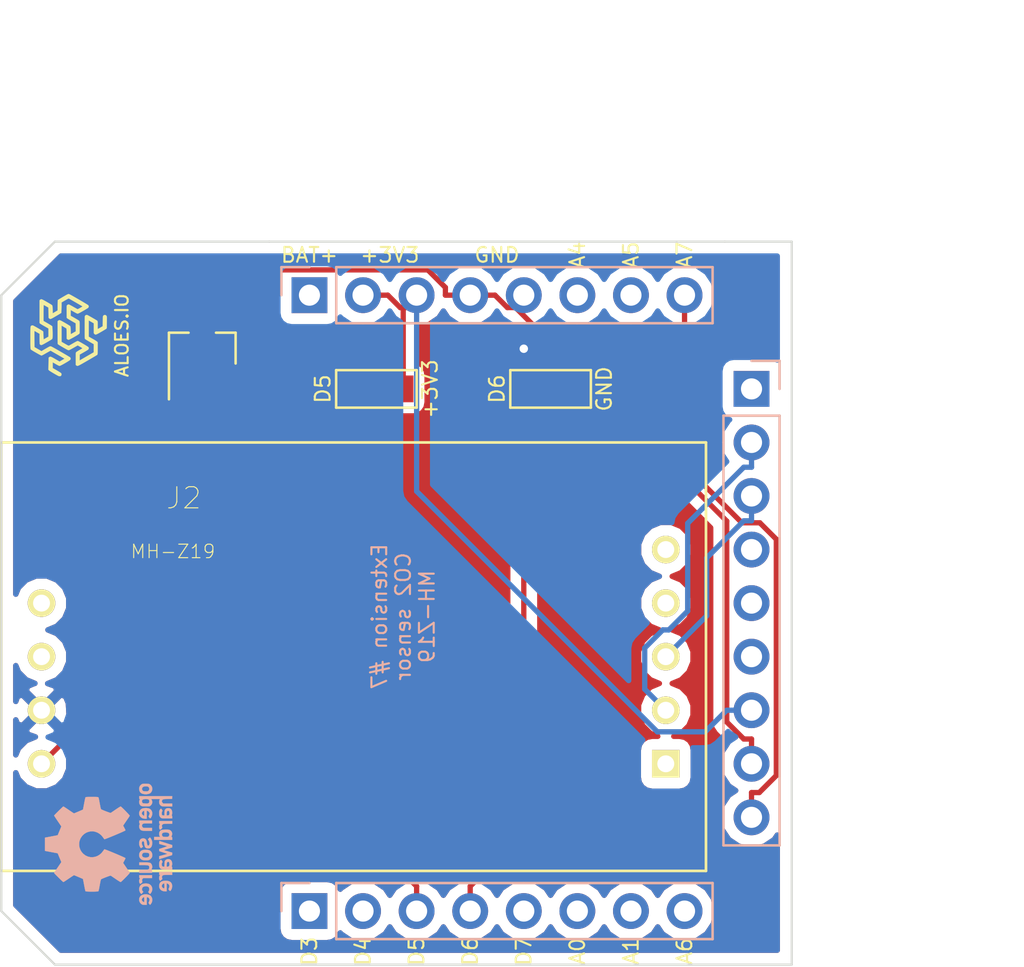
<source format=kicad_pcb>
(kicad_pcb (version 4) (host pcbnew 4.0.7-e2-6376~58~ubuntu17.04.1)

  (general
    (links 15)
    (no_connects 0)
    (area 144.094999 88.849999 181.660001 123.240001)
    (thickness 1.6)
    (drawings 30)
    (tracks 69)
    (zones 0)
    (modules 9)
    (nets 29)
  )

  (page A4)
  (layers
    (0 F.Cu signal)
    (31 B.Cu signal)
    (32 B.Adhes user)
    (33 F.Adhes user)
    (34 B.Paste user)
    (35 F.Paste user)
    (36 B.SilkS user)
    (37 F.SilkS user)
    (38 B.Mask user)
    (39 F.Mask user)
    (40 Dwgs.User user)
    (41 Cmts.User user)
    (42 Eco1.User user)
    (43 Eco2.User user)
    (44 Edge.Cuts user)
    (45 Margin user)
    (46 B.CrtYd user)
    (47 F.CrtYd user)
    (48 B.Fab user)
    (49 F.Fab user)
  )

  (setup
    (last_trace_width 0.25)
    (trace_clearance 0.2)
    (zone_clearance 0.508)
    (zone_45_only yes)
    (trace_min 0.2)
    (segment_width 0.2)
    (edge_width 0.1)
    (via_size 0.6)
    (via_drill 0.4)
    (via_min_size 0.4)
    (via_min_drill 0.3)
    (uvia_size 0.3)
    (uvia_drill 0.1)
    (uvias_allowed no)
    (uvia_min_size 0.2)
    (uvia_min_drill 0.1)
    (pcb_text_width 0.3)
    (pcb_text_size 1.5 1.5)
    (mod_edge_width 0.15)
    (mod_text_size 1 1)
    (mod_text_width 0.15)
    (pad_size 1.5 1.5)
    (pad_drill 0.6)
    (pad_to_mask_clearance 0)
    (aux_axis_origin 0 0)
    (visible_elements FFFFFF7F)
    (pcbplotparams
      (layerselection 0x010ff_80000001)
      (usegerberextensions true)
      (excludeedgelayer true)
      (linewidth 0.100000)
      (plotframeref false)
      (viasonmask false)
      (mode 1)
      (useauxorigin false)
      (hpglpennumber 1)
      (hpglpenspeed 20)
      (hpglpendiameter 15)
      (hpglpenoverlay 2)
      (psnegative false)
      (psa4output false)
      (plotreference true)
      (plotvalue true)
      (plotinvisibletext false)
      (padsonsilk false)
      (subtractmaskfromsilk false)
      (outputformat 1)
      (mirror false)
      (drillshape 0)
      (scaleselection 1)
      (outputdirectory /home/ed/Kicad/Cosmonode_full/Cosmonode_ext07/gerber/))
  )

  (net 0 "")
  (net 1 +5V)
  (net 2 /D3)
  (net 3 /D4)
  (net 4 /D5)
  (net 5 /D6)
  (net 6 /D7)
  (net 7 /A0)
  (net 8 /A1)
  (net 9 /BAT+)
  (net 10 +3V3)
  (net 11 GND)
  (net 12 /A4)
  (net 13 /A5)
  (net 14 "Net-(J5-Pad2)")
  (net 15 /A6)
  (net 16 "Net-(J2-Pad1)")
  (net 17 /RX)
  (net 18 /TX)
  (net 19 "Net-(J2-Pad4)")
  (net 20 "Net-(J2-Pad5)")
  (net 21 "Net-(J2-Pad7)")
  (net 22 "Net-(J2-Pad8)")
  (net 23 "Net-(J2-Pad9)")
  (net 24 /AREF)
  (net 25 /RST)
  (net 26 /MOSI)
  (net 27 /MISO)
  (net 28 /SCK)

  (net_class Default "Ceci est la Netclass par défaut"
    (clearance 0.2)
    (trace_width 0.25)
    (via_dia 0.6)
    (via_drill 0.4)
    (uvia_dia 0.3)
    (uvia_drill 0.1)
    (add_net +3V3)
    (add_net +5V)
    (add_net /A0)
    (add_net /A1)
    (add_net /A4)
    (add_net /A5)
    (add_net /A6)
    (add_net /AREF)
    (add_net /BAT+)
    (add_net /D3)
    (add_net /D4)
    (add_net /D5)
    (add_net /D6)
    (add_net /D7)
    (add_net /MISO)
    (add_net /MOSI)
    (add_net /RST)
    (add_net /RX)
    (add_net /SCK)
    (add_net /TX)
    (add_net GND)
    (add_net "Net-(J2-Pad1)")
    (add_net "Net-(J2-Pad4)")
    (add_net "Net-(J2-Pad5)")
    (add_net "Net-(J2-Pad7)")
    (add_net "Net-(J2-Pad8)")
    (add_net "Net-(J2-Pad9)")
    (add_net "Net-(J5-Pad2)")
  )

  (module Symbols:OSHW-Logo_5.7x6mm_SilkScreen (layer B.Cu) (tedit 0) (tstamp 59D414A3)
    (at 149.225 117.475 270)
    (descr "Open Source Hardware Logo")
    (tags "Logo OSHW")
    (path /59D41889)
    (attr virtual)
    (fp_text reference J1 (at 0 0 270) (layer B.SilkS) hide
      (effects (font (size 1 1) (thickness 0.15)) (justify mirror))
    )
    (fp_text value OSHW_Logo (at 0.75 0 270) (layer B.Fab) hide
      (effects (font (size 1 1) (thickness 0.15)) (justify mirror))
    )
    (fp_poly (pts (xy -1.908759 -1.469184) (xy -1.882247 -1.482282) (xy -1.849553 -1.505106) (xy -1.825725 -1.529996)
      (xy -1.809406 -1.561249) (xy -1.79924 -1.603166) (xy -1.793872 -1.660044) (xy -1.791944 -1.736184)
      (xy -1.791831 -1.768917) (xy -1.792161 -1.840656) (xy -1.793527 -1.891927) (xy -1.7965 -1.927404)
      (xy -1.801649 -1.951763) (xy -1.809543 -1.96968) (xy -1.817757 -1.981902) (xy -1.870187 -2.033905)
      (xy -1.93193 -2.065184) (xy -1.998536 -2.074592) (xy -2.065558 -2.06098) (xy -2.086792 -2.051354)
      (xy -2.137624 -2.024859) (xy -2.137624 -2.440052) (xy -2.100525 -2.420868) (xy -2.051643 -2.406025)
      (xy -1.991561 -2.402222) (xy -1.931564 -2.409243) (xy -1.886256 -2.425013) (xy -1.848675 -2.455047)
      (xy -1.816564 -2.498024) (xy -1.81415 -2.502436) (xy -1.803967 -2.523221) (xy -1.79653 -2.54417)
      (xy -1.791411 -2.569548) (xy -1.788181 -2.603618) (xy -1.786413 -2.650641) (xy -1.785677 -2.714882)
      (xy -1.785544 -2.787176) (xy -1.785544 -3.017822) (xy -1.923861 -3.017822) (xy -1.923861 -2.592533)
      (xy -1.962549 -2.559979) (xy -2.002738 -2.53394) (xy -2.040797 -2.529205) (xy -2.079066 -2.541389)
      (xy -2.099462 -2.55332) (xy -2.114642 -2.570313) (xy -2.125438 -2.595995) (xy -2.132683 -2.633991)
      (xy -2.137208 -2.687926) (xy -2.139844 -2.761425) (xy -2.140772 -2.810347) (xy -2.143911 -3.011535)
      (xy -2.209926 -3.015336) (xy -2.27594 -3.019136) (xy -2.27594 -1.77065) (xy -2.137624 -1.77065)
      (xy -2.134097 -1.840254) (xy -2.122215 -1.888569) (xy -2.10002 -1.918631) (xy -2.065559 -1.933471)
      (xy -2.030742 -1.936436) (xy -1.991329 -1.933028) (xy -1.965171 -1.919617) (xy -1.948814 -1.901896)
      (xy -1.935937 -1.882835) (xy -1.928272 -1.861601) (xy -1.924861 -1.831849) (xy -1.924749 -1.787236)
      (xy -1.925897 -1.74988) (xy -1.928532 -1.693604) (xy -1.932456 -1.656658) (xy -1.939063 -1.633223)
      (xy -1.949749 -1.61748) (xy -1.959833 -1.60838) (xy -2.00197 -1.588537) (xy -2.05184 -1.585332)
      (xy -2.080476 -1.592168) (xy -2.108828 -1.616464) (xy -2.127609 -1.663728) (xy -2.136712 -1.733624)
      (xy -2.137624 -1.77065) (xy -2.27594 -1.77065) (xy -2.27594 -1.458614) (xy -2.206782 -1.458614)
      (xy -2.16526 -1.460256) (xy -2.143838 -1.466087) (xy -2.137626 -1.477461) (xy -2.137624 -1.477798)
      (xy -2.134742 -1.488938) (xy -2.12203 -1.487673) (xy -2.096757 -1.475433) (xy -2.037869 -1.456707)
      (xy -1.971615 -1.454739) (xy -1.908759 -1.469184)) (layer B.SilkS) (width 0.01))
    (fp_poly (pts (xy -1.38421 -2.406555) (xy -1.325055 -2.422339) (xy -1.280023 -2.450948) (xy -1.248246 -2.488419)
      (xy -1.238366 -2.504411) (xy -1.231073 -2.521163) (xy -1.225974 -2.542592) (xy -1.222679 -2.572616)
      (xy -1.220797 -2.615154) (xy -1.219937 -2.674122) (xy -1.219707 -2.75344) (xy -1.219703 -2.774484)
      (xy -1.219703 -3.017822) (xy -1.280059 -3.017822) (xy -1.318557 -3.015126) (xy -1.347023 -3.008295)
      (xy -1.354155 -3.004083) (xy -1.373652 -2.996813) (xy -1.393566 -3.004083) (xy -1.426353 -3.01316)
      (xy -1.473978 -3.016813) (xy -1.526764 -3.015228) (xy -1.575036 -3.008589) (xy -1.603218 -3.000072)
      (xy -1.657753 -2.965063) (xy -1.691835 -2.916479) (xy -1.707157 -2.851882) (xy -1.707299 -2.850223)
      (xy -1.705955 -2.821566) (xy -1.584356 -2.821566) (xy -1.573726 -2.854161) (xy -1.55641 -2.872505)
      (xy -1.521652 -2.886379) (xy -1.475773 -2.891917) (xy -1.428988 -2.889191) (xy -1.391514 -2.878274)
      (xy -1.381015 -2.871269) (xy -1.362668 -2.838904) (xy -1.35802 -2.802111) (xy -1.35802 -2.753763)
      (xy -1.427582 -2.753763) (xy -1.493667 -2.75885) (xy -1.543764 -2.773263) (xy -1.574929 -2.795729)
      (xy -1.584356 -2.821566) (xy -1.705955 -2.821566) (xy -1.703987 -2.779647) (xy -1.68071 -2.723845)
      (xy -1.636948 -2.681647) (xy -1.630899 -2.677808) (xy -1.604907 -2.665309) (xy -1.572735 -2.65774)
      (xy -1.52776 -2.654061) (xy -1.474331 -2.653216) (xy -1.35802 -2.653169) (xy -1.35802 -2.604411)
      (xy -1.362953 -2.566581) (xy -1.375543 -2.541236) (xy -1.377017 -2.539887) (xy -1.405034 -2.5288)
      (xy -1.447326 -2.524503) (xy -1.494064 -2.526615) (xy -1.535418 -2.534756) (xy -1.559957 -2.546965)
      (xy -1.573253 -2.556746) (xy -1.587294 -2.558613) (xy -1.606671 -2.5506) (xy -1.635976 -2.530739)
      (xy -1.679803 -2.497063) (xy -1.683825 -2.493909) (xy -1.681764 -2.482236) (xy -1.664568 -2.462822)
      (xy -1.638433 -2.441248) (xy -1.609552 -2.423096) (xy -1.600478 -2.418809) (xy -1.56738 -2.410256)
      (xy -1.51888 -2.404155) (xy -1.464695 -2.401708) (xy -1.462161 -2.401703) (xy -1.38421 -2.406555)) (layer B.SilkS) (width 0.01))
    (fp_poly (pts (xy -0.993356 -2.40302) (xy -0.974539 -2.40866) (xy -0.968473 -2.421053) (xy -0.968218 -2.426647)
      (xy -0.967129 -2.44223) (xy -0.959632 -2.444676) (xy -0.939381 -2.433993) (xy -0.927351 -2.426694)
      (xy -0.8894 -2.411063) (xy -0.844072 -2.403334) (xy -0.796544 -2.40274) (xy -0.751995 -2.408513)
      (xy -0.715602 -2.419884) (xy -0.692543 -2.436088) (xy -0.687996 -2.456355) (xy -0.690291 -2.461843)
      (xy -0.70702 -2.484626) (xy -0.732963 -2.512647) (xy -0.737655 -2.517177) (xy -0.762383 -2.538005)
      (xy -0.783718 -2.544735) (xy -0.813555 -2.540038) (xy -0.825508 -2.536917) (xy -0.862705 -2.529421)
      (xy -0.888859 -2.532792) (xy -0.910946 -2.544681) (xy -0.931178 -2.560635) (xy -0.946079 -2.5807)
      (xy -0.956434 -2.608702) (xy -0.963029 -2.648467) (xy -0.966649 -2.703823) (xy -0.968078 -2.778594)
      (xy -0.968218 -2.82374) (xy -0.968218 -3.017822) (xy -1.09396 -3.017822) (xy -1.09396 -2.401683)
      (xy -1.031089 -2.401683) (xy -0.993356 -2.40302)) (layer B.SilkS) (width 0.01))
    (fp_poly (pts (xy -0.201188 -3.017822) (xy -0.270346 -3.017822) (xy -0.310488 -3.016645) (xy -0.331394 -3.011772)
      (xy -0.338922 -3.001186) (xy -0.339505 -2.994029) (xy -0.340774 -2.979676) (xy -0.348779 -2.976923)
      (xy -0.369815 -2.985771) (xy -0.386173 -2.994029) (xy -0.448977 -3.013597) (xy -0.517248 -3.014729)
      (xy -0.572752 -3.000135) (xy -0.624438 -2.964877) (xy -0.663838 -2.912835) (xy -0.685413 -2.85145)
      (xy -0.685962 -2.848018) (xy -0.689167 -2.810571) (xy -0.690761 -2.756813) (xy -0.690633 -2.716155)
      (xy -0.553279 -2.716155) (xy -0.550097 -2.770194) (xy -0.542859 -2.814735) (xy -0.53306 -2.839888)
      (xy -0.495989 -2.87426) (xy -0.451974 -2.886582) (xy -0.406584 -2.876618) (xy -0.367797 -2.846895)
      (xy -0.353108 -2.826905) (xy -0.344519 -2.80305) (xy -0.340496 -2.76823) (xy -0.339505 -2.71593)
      (xy -0.341278 -2.664139) (xy -0.345963 -2.618634) (xy -0.352603 -2.588181) (xy -0.35371 -2.585452)
      (xy -0.380491 -2.553) (xy -0.419579 -2.535183) (xy -0.463315 -2.532306) (xy -0.504038 -2.544674)
      (xy -0.534087 -2.572593) (xy -0.537204 -2.578148) (xy -0.546961 -2.612022) (xy -0.552277 -2.660728)
      (xy -0.553279 -2.716155) (xy -0.690633 -2.716155) (xy -0.690568 -2.69554) (xy -0.689664 -2.662563)
      (xy -0.683514 -2.580981) (xy -0.670733 -2.51973) (xy -0.649471 -2.474449) (xy -0.617878 -2.440779)
      (xy -0.587207 -2.421014) (xy -0.544354 -2.40712) (xy -0.491056 -2.402354) (xy -0.43648 -2.406236)
      (xy -0.389792 -2.418282) (xy -0.365124 -2.432693) (xy -0.339505 -2.455878) (xy -0.339505 -2.162773)
      (xy -0.201188 -2.162773) (xy -0.201188 -3.017822)) (layer B.SilkS) (width 0.01))
    (fp_poly (pts (xy 0.281524 -2.404237) (xy 0.331255 -2.407971) (xy 0.461291 -2.797773) (xy 0.481678 -2.728614)
      (xy 0.493946 -2.685874) (xy 0.510085 -2.628115) (xy 0.527512 -2.564625) (xy 0.536726 -2.53057)
      (xy 0.571388 -2.401683) (xy 0.714391 -2.401683) (xy 0.671646 -2.536857) (xy 0.650596 -2.603342)
      (xy 0.625167 -2.683539) (xy 0.59861 -2.767193) (xy 0.574902 -2.841782) (xy 0.520902 -3.011535)
      (xy 0.462598 -3.015328) (xy 0.404295 -3.019122) (xy 0.372679 -2.914734) (xy 0.353182 -2.849889)
      (xy 0.331904 -2.7784) (xy 0.313308 -2.715263) (xy 0.312574 -2.71275) (xy 0.298684 -2.669969)
      (xy 0.286429 -2.640779) (xy 0.277846 -2.629741) (xy 0.276082 -2.631018) (xy 0.269891 -2.64813)
      (xy 0.258128 -2.684787) (xy 0.242225 -2.736378) (xy 0.223614 -2.798294) (xy 0.213543 -2.832352)
      (xy 0.159007 -3.017822) (xy 0.043264 -3.017822) (xy -0.049263 -2.725471) (xy -0.075256 -2.643462)
      (xy -0.098934 -2.568987) (xy -0.11918 -2.505544) (xy -0.134874 -2.456632) (xy -0.144898 -2.425749)
      (xy -0.147945 -2.416726) (xy -0.145533 -2.407487) (xy -0.126592 -2.403441) (xy -0.087177 -2.403846)
      (xy -0.081007 -2.404152) (xy -0.007914 -2.407971) (xy 0.039957 -2.58401) (xy 0.057553 -2.648211)
      (xy 0.073277 -2.704649) (xy 0.085746 -2.748422) (xy 0.093574 -2.77463) (xy 0.09502 -2.778903)
      (xy 0.101014 -2.77399) (xy 0.113101 -2.748532) (xy 0.129893 -2.705997) (xy 0.150003 -2.64985)
      (xy 0.167003 -2.59913) (xy 0.231794 -2.400504) (xy 0.281524 -2.404237)) (layer B.SilkS) (width 0.01))
    (fp_poly (pts (xy 1.038411 -2.405417) (xy 1.091411 -2.41829) (xy 1.106731 -2.42511) (xy 1.136428 -2.442974)
      (xy 1.15922 -2.463093) (xy 1.176083 -2.488962) (xy 1.187998 -2.524073) (xy 1.195942 -2.57192)
      (xy 1.200894 -2.635996) (xy 1.203831 -2.719794) (xy 1.204947 -2.775768) (xy 1.209052 -3.017822)
      (xy 1.138932 -3.017822) (xy 1.096393 -3.016038) (xy 1.074476 -3.009942) (xy 1.068812 -2.999706)
      (xy 1.065821 -2.988637) (xy 1.052451 -2.990754) (xy 1.034233 -2.999629) (xy 0.988624 -3.013233)
      (xy 0.930007 -3.016899) (xy 0.868354 -3.010903) (xy 0.813638 -2.995521) (xy 0.80873 -2.993386)
      (xy 0.758723 -2.958255) (xy 0.725756 -2.909419) (xy 0.710587 -2.852333) (xy 0.711746 -2.831824)
      (xy 0.835508 -2.831824) (xy 0.846413 -2.859425) (xy 0.878745 -2.879204) (xy 0.93091 -2.889819)
      (xy 0.958787 -2.891228) (xy 1.005247 -2.88762) (xy 1.036129 -2.873597) (xy 1.043664 -2.866931)
      (xy 1.064076 -2.830666) (xy 1.068812 -2.797773) (xy 1.068812 -2.753763) (xy 1.007513 -2.753763)
      (xy 0.936256 -2.757395) (xy 0.886276 -2.768818) (xy 0.854696 -2.788824) (xy 0.847626 -2.797743)
      (xy 0.835508 -2.831824) (xy 0.711746 -2.831824) (xy 0.713971 -2.792456) (xy 0.736663 -2.735244)
      (xy 0.767624 -2.69658) (xy 0.786376 -2.679864) (xy 0.804733 -2.668878) (xy 0.828619 -2.66218)
      (xy 0.863957 -2.658326) (xy 0.916669 -2.655873) (xy 0.937577 -2.655168) (xy 1.068812 -2.650879)
      (xy 1.06862 -2.611158) (xy 1.063537 -2.569405) (xy 1.045162 -2.544158) (xy 1.008039 -2.52803)
      (xy 1.007043 -2.527742) (xy 0.95441 -2.5214) (xy 0.902906 -2.529684) (xy 0.86463 -2.549827)
      (xy 0.849272 -2.559773) (xy 0.83273 -2.558397) (xy 0.807275 -2.543987) (xy 0.792328 -2.533817)
      (xy 0.763091 -2.512088) (xy 0.74498 -2.4958) (xy 0.742074 -2.491137) (xy 0.75404 -2.467005)
      (xy 0.789396 -2.438185) (xy 0.804753 -2.428461) (xy 0.848901 -2.411714) (xy 0.908398 -2.402227)
      (xy 0.974487 -2.400095) (xy 1.038411 -2.405417)) (layer B.SilkS) (width 0.01))
    (fp_poly (pts (xy 1.635255 -2.401486) (xy 1.683595 -2.411015) (xy 1.711114 -2.425125) (xy 1.740064 -2.448568)
      (xy 1.698876 -2.500571) (xy 1.673482 -2.532064) (xy 1.656238 -2.547428) (xy 1.639102 -2.549776)
      (xy 1.614027 -2.542217) (xy 1.602257 -2.537941) (xy 1.55427 -2.531631) (xy 1.510324 -2.545156)
      (xy 1.47806 -2.57571) (xy 1.472819 -2.585452) (xy 1.467112 -2.611258) (xy 1.462706 -2.658817)
      (xy 1.459811 -2.724758) (xy 1.458631 -2.80571) (xy 1.458614 -2.817226) (xy 1.458614 -3.017822)
      (xy 1.320297 -3.017822) (xy 1.320297 -2.401683) (xy 1.389456 -2.401683) (xy 1.429333 -2.402725)
      (xy 1.450107 -2.407358) (xy 1.457789 -2.417849) (xy 1.458614 -2.427745) (xy 1.458614 -2.453806)
      (xy 1.491745 -2.427745) (xy 1.529735 -2.409965) (xy 1.58077 -2.401174) (xy 1.635255 -2.401486)) (layer B.SilkS) (width 0.01))
    (fp_poly (pts (xy 2.032581 -2.40497) (xy 2.092685 -2.420597) (xy 2.143021 -2.452848) (xy 2.167393 -2.47694)
      (xy 2.207345 -2.533895) (xy 2.230242 -2.599965) (xy 2.238108 -2.681182) (xy 2.238148 -2.687748)
      (xy 2.238218 -2.753763) (xy 1.858264 -2.753763) (xy 1.866363 -2.788342) (xy 1.880987 -2.819659)
      (xy 1.906581 -2.852291) (xy 1.911935 -2.8575) (xy 1.957943 -2.885694) (xy 2.01041 -2.890475)
      (xy 2.070803 -2.871926) (xy 2.08104 -2.866931) (xy 2.112439 -2.851745) (xy 2.13347 -2.843094)
      (xy 2.137139 -2.842293) (xy 2.149948 -2.850063) (xy 2.174378 -2.869072) (xy 2.186779 -2.87946)
      (xy 2.212476 -2.903321) (xy 2.220915 -2.919077) (xy 2.215058 -2.933571) (xy 2.211928 -2.937534)
      (xy 2.190725 -2.954879) (xy 2.155738 -2.975959) (xy 2.131337 -2.988265) (xy 2.062072 -3.009946)
      (xy 1.985388 -3.016971) (xy 1.912765 -3.008647) (xy 1.892426 -3.002686) (xy 1.829476 -2.968952)
      (xy 1.782815 -2.917045) (xy 1.752173 -2.846459) (xy 1.737282 -2.756692) (xy 1.735647 -2.709753)
      (xy 1.740421 -2.641413) (xy 1.86099 -2.641413) (xy 1.872652 -2.646465) (xy 1.903998 -2.650429)
      (xy 1.949571 -2.652768) (xy 1.980446 -2.653169) (xy 2.035981 -2.652783) (xy 2.071033 -2.650975)
      (xy 2.090262 -2.646773) (xy 2.09833 -2.639203) (xy 2.099901 -2.628218) (xy 2.089121 -2.594381)
      (xy 2.06198 -2.56094) (xy 2.026277 -2.535272) (xy 1.99056 -2.524772) (xy 1.942048 -2.534086)
      (xy 1.900053 -2.561013) (xy 1.870936 -2.599827) (xy 1.86099 -2.641413) (xy 1.740421 -2.641413)
      (xy 1.742599 -2.610236) (xy 1.764055 -2.530949) (xy 1.80047 -2.471263) (xy 1.852297 -2.430549)
      (xy 1.91999 -2.408179) (xy 1.956662 -2.403871) (xy 2.032581 -2.40497)) (layer B.SilkS) (width 0.01))
    (fp_poly (pts (xy -2.538261 -1.465148) (xy -2.472479 -1.494231) (xy -2.42254 -1.542793) (xy -2.388374 -1.610908)
      (xy -2.369907 -1.698651) (xy -2.368583 -1.712351) (xy -2.367546 -1.808939) (xy -2.380993 -1.893602)
      (xy -2.408108 -1.962221) (xy -2.422627 -1.984294) (xy -2.473201 -2.031011) (xy -2.537609 -2.061268)
      (xy -2.609666 -2.073824) (xy -2.683185 -2.067439) (xy -2.739072 -2.047772) (xy -2.787132 -2.014629)
      (xy -2.826412 -1.971175) (xy -2.827092 -1.970158) (xy -2.843044 -1.943338) (xy -2.85341 -1.916368)
      (xy -2.859688 -1.882332) (xy -2.863373 -1.83431) (xy -2.864997 -1.794931) (xy -2.865672 -1.759219)
      (xy -2.739955 -1.759219) (xy -2.738726 -1.79477) (xy -2.734266 -1.842094) (xy -2.726397 -1.872465)
      (xy -2.712207 -1.894072) (xy -2.698917 -1.906694) (xy -2.651802 -1.933122) (xy -2.602505 -1.936653)
      (xy -2.556593 -1.917639) (xy -2.533638 -1.896331) (xy -2.517096 -1.874859) (xy -2.507421 -1.854313)
      (xy -2.503174 -1.827574) (xy -2.50292 -1.787523) (xy -2.504228 -1.750638) (xy -2.507043 -1.697947)
      (xy -2.511505 -1.663772) (xy -2.519548 -1.64148) (xy -2.533103 -1.624442) (xy -2.543845 -1.614703)
      (xy -2.588777 -1.589123) (xy -2.637249 -1.587847) (xy -2.677894 -1.602999) (xy -2.712567 -1.634642)
      (xy -2.733224 -1.68662) (xy -2.739955 -1.759219) (xy -2.865672 -1.759219) (xy -2.866479 -1.716621)
      (xy -2.863948 -1.658056) (xy -2.856362 -1.614007) (xy -2.842681 -1.579248) (xy -2.821865 -1.548551)
      (xy -2.814147 -1.539436) (xy -2.765889 -1.494021) (xy -2.714128 -1.467493) (xy -2.650828 -1.456379)
      (xy -2.619961 -1.455471) (xy -2.538261 -1.465148)) (layer B.SilkS) (width 0.01))
    (fp_poly (pts (xy -1.356699 -1.472614) (xy -1.344168 -1.478514) (xy -1.300799 -1.510283) (xy -1.25979 -1.556646)
      (xy -1.229168 -1.607696) (xy -1.220459 -1.631166) (xy -1.212512 -1.673091) (xy -1.207774 -1.723757)
      (xy -1.207199 -1.744679) (xy -1.207129 -1.810693) (xy -1.587083 -1.810693) (xy -1.578983 -1.845273)
      (xy -1.559104 -1.88617) (xy -1.524347 -1.921514) (xy -1.482998 -1.944282) (xy -1.456649 -1.94901)
      (xy -1.420916 -1.943273) (xy -1.378282 -1.928882) (xy -1.363799 -1.922262) (xy -1.31024 -1.895513)
      (xy -1.264533 -1.930376) (xy -1.238158 -1.953955) (xy -1.224124 -1.973417) (xy -1.223414 -1.979129)
      (xy -1.235951 -1.992973) (xy -1.263428 -2.014012) (xy -1.288366 -2.030425) (xy -1.355664 -2.05993)
      (xy -1.43111 -2.073284) (xy -1.505888 -2.069812) (xy -1.565495 -2.051663) (xy -1.626941 -2.012784)
      (xy -1.670608 -1.961595) (xy -1.697926 -1.895367) (xy -1.710322 -1.811371) (xy -1.711421 -1.772936)
      (xy -1.707022 -1.684861) (xy -1.706482 -1.682299) (xy -1.580582 -1.682299) (xy -1.577115 -1.690558)
      (xy -1.562863 -1.695113) (xy -1.53347 -1.697065) (xy -1.484575 -1.697517) (xy -1.465748 -1.697525)
      (xy -1.408467 -1.696843) (xy -1.372141 -1.694364) (xy -1.352604 -1.689443) (xy -1.34569 -1.681434)
      (xy -1.345445 -1.678862) (xy -1.353336 -1.658423) (xy -1.373085 -1.629789) (xy -1.381575 -1.619763)
      (xy -1.413094 -1.591408) (xy -1.445949 -1.580259) (xy -1.463651 -1.579327) (xy -1.511539 -1.590981)
      (xy -1.551699 -1.622285) (xy -1.577173 -1.667752) (xy -1.577625 -1.669233) (xy -1.580582 -1.682299)
      (xy -1.706482 -1.682299) (xy -1.692392 -1.61551) (xy -1.666038 -1.560025) (xy -1.633807 -1.520639)
      (xy -1.574217 -1.477931) (xy -1.504168 -1.455109) (xy -1.429661 -1.453046) (xy -1.356699 -1.472614)) (layer B.SilkS) (width 0.01))
    (fp_poly (pts (xy 0.014017 -1.456452) (xy 0.061634 -1.465482) (xy 0.111034 -1.48437) (xy 0.116312 -1.486777)
      (xy 0.153774 -1.506476) (xy 0.179717 -1.524781) (xy 0.188103 -1.536508) (xy 0.180117 -1.555632)
      (xy 0.16072 -1.58385) (xy 0.15211 -1.594384) (xy 0.116628 -1.635847) (xy 0.070885 -1.608858)
      (xy 0.02735 -1.590878) (xy -0.02295 -1.581267) (xy -0.071188 -1.58066) (xy -0.108533 -1.589691)
      (xy -0.117495 -1.595327) (xy -0.134563 -1.621171) (xy -0.136637 -1.650941) (xy -0.123866 -1.674197)
      (xy -0.116312 -1.678708) (xy -0.093675 -1.684309) (xy -0.053885 -1.690892) (xy -0.004834 -1.697183)
      (xy 0.004215 -1.69817) (xy 0.082996 -1.711798) (xy 0.140136 -1.734946) (xy 0.17803 -1.769752)
      (xy 0.199079 -1.818354) (xy 0.205635 -1.877718) (xy 0.196577 -1.945198) (xy 0.167164 -1.998188)
      (xy 0.117278 -2.036783) (xy 0.0468 -2.061081) (xy -0.031435 -2.070667) (xy -0.095234 -2.070552)
      (xy -0.146984 -2.061845) (xy -0.182327 -2.049825) (xy -0.226983 -2.02888) (xy -0.268253 -2.004574)
      (xy -0.282921 -1.993876) (xy -0.320643 -1.963084) (xy -0.275148 -1.917049) (xy -0.229653 -1.871013)
      (xy -0.177928 -1.905243) (xy -0.126048 -1.930952) (xy -0.070649 -1.944399) (xy -0.017395 -1.945818)
      (xy 0.028049 -1.935443) (xy 0.060016 -1.913507) (xy 0.070338 -1.894998) (xy 0.068789 -1.865314)
      (xy 0.04314 -1.842615) (xy -0.00654 -1.82694) (xy -0.060969 -1.819695) (xy -0.144736 -1.805873)
      (xy -0.206967 -1.779796) (xy -0.248493 -1.740699) (xy -0.270147 -1.68782) (xy -0.273147 -1.625126)
      (xy -0.258329 -1.559642) (xy -0.224546 -1.510144) (xy -0.171495 -1.476408) (xy -0.098874 -1.458207)
      (xy -0.045072 -1.454639) (xy 0.014017 -1.456452)) (layer B.SilkS) (width 0.01))
    (fp_poly (pts (xy 0.610762 -1.466055) (xy 0.674363 -1.500692) (xy 0.724123 -1.555372) (xy 0.747568 -1.599842)
      (xy 0.757634 -1.639121) (xy 0.764156 -1.695116) (xy 0.766951 -1.759621) (xy 0.765836 -1.824429)
      (xy 0.760626 -1.881334) (xy 0.754541 -1.911727) (xy 0.734014 -1.953306) (xy 0.698463 -1.997468)
      (xy 0.655619 -2.036087) (xy 0.613211 -2.061034) (xy 0.612177 -2.06143) (xy 0.559553 -2.072331)
      (xy 0.497188 -2.072601) (xy 0.437924 -2.062676) (xy 0.41504 -2.054722) (xy 0.356102 -2.0213)
      (xy 0.31389 -1.977511) (xy 0.286156 -1.919538) (xy 0.270651 -1.843565) (xy 0.267143 -1.803771)
      (xy 0.26759 -1.753766) (xy 0.402376 -1.753766) (xy 0.406917 -1.826732) (xy 0.419986 -1.882334)
      (xy 0.440756 -1.917861) (xy 0.455552 -1.92802) (xy 0.493464 -1.935104) (xy 0.538527 -1.933007)
      (xy 0.577487 -1.922812) (xy 0.587704 -1.917204) (xy 0.614659 -1.884538) (xy 0.632451 -1.834545)
      (xy 0.640024 -1.773705) (xy 0.636325 -1.708497) (xy 0.628057 -1.669253) (xy 0.60432 -1.623805)
      (xy 0.566849 -1.595396) (xy 0.52172 -1.585573) (xy 0.475011 -1.595887) (xy 0.439132 -1.621112)
      (xy 0.420277 -1.641925) (xy 0.409272 -1.662439) (xy 0.404026 -1.690203) (xy 0.402449 -1.732762)
      (xy 0.402376 -1.753766) (xy 0.26759 -1.753766) (xy 0.268094 -1.69758) (xy 0.285388 -1.610501)
      (xy 0.319029 -1.54253) (xy 0.369018 -1.493664) (xy 0.435356 -1.463899) (xy 0.449601 -1.460448)
      (xy 0.53521 -1.452345) (xy 0.610762 -1.466055)) (layer B.SilkS) (width 0.01))
    (fp_poly (pts (xy 0.993367 -1.654342) (xy 0.994555 -1.746563) (xy 0.998897 -1.81661) (xy 1.007558 -1.867381)
      (xy 1.021704 -1.901772) (xy 1.0425 -1.922679) (xy 1.07111 -1.933) (xy 1.106535 -1.935636)
      (xy 1.143636 -1.932682) (xy 1.171818 -1.921889) (xy 1.192243 -1.90036) (xy 1.206079 -1.865199)
      (xy 1.214491 -1.81351) (xy 1.218643 -1.742394) (xy 1.219703 -1.654342) (xy 1.219703 -1.458614)
      (xy 1.35802 -1.458614) (xy 1.35802 -2.062179) (xy 1.288862 -2.062179) (xy 1.24717 -2.060489)
      (xy 1.225701 -2.054556) (xy 1.219703 -2.043293) (xy 1.216091 -2.033261) (xy 1.201714 -2.035383)
      (xy 1.172736 -2.04958) (xy 1.106319 -2.07148) (xy 1.035875 -2.069928) (xy 0.968377 -2.046147)
      (xy 0.936233 -2.027362) (xy 0.911715 -2.007022) (xy 0.893804 -1.981573) (xy 0.881479 -1.947458)
      (xy 0.873723 -1.901121) (xy 0.869516 -1.839007) (xy 0.86784 -1.757561) (xy 0.867624 -1.694578)
      (xy 0.867624 -1.458614) (xy 0.993367 -1.458614) (xy 0.993367 -1.654342)) (layer B.SilkS) (width 0.01))
    (fp_poly (pts (xy 2.217226 -1.46388) (xy 2.29008 -1.49483) (xy 2.313027 -1.509895) (xy 2.342354 -1.533048)
      (xy 2.360764 -1.551253) (xy 2.363961 -1.557183) (xy 2.354935 -1.57034) (xy 2.331837 -1.592667)
      (xy 2.313344 -1.60825) (xy 2.262728 -1.648926) (xy 2.22276 -1.615295) (xy 2.191874 -1.593584)
      (xy 2.161759 -1.58609) (xy 2.127292 -1.58792) (xy 2.072561 -1.601528) (xy 2.034886 -1.629772)
      (xy 2.011991 -1.675433) (xy 2.001597 -1.741289) (xy 2.001595 -1.741331) (xy 2.002494 -1.814939)
      (xy 2.016463 -1.868946) (xy 2.044328 -1.905716) (xy 2.063325 -1.918168) (xy 2.113776 -1.933673)
      (xy 2.167663 -1.933683) (xy 2.214546 -1.918638) (xy 2.225644 -1.911287) (xy 2.253476 -1.892511)
      (xy 2.275236 -1.889434) (xy 2.298704 -1.903409) (xy 2.324649 -1.92851) (xy 2.365716 -1.97088)
      (xy 2.320121 -2.008464) (xy 2.249674 -2.050882) (xy 2.170233 -2.071785) (xy 2.087215 -2.070272)
      (xy 2.032694 -2.056411) (xy 1.96897 -2.022135) (xy 1.918005 -1.968212) (xy 1.894851 -1.930149)
      (xy 1.876099 -1.875536) (xy 1.866715 -1.806369) (xy 1.866643 -1.731407) (xy 1.875824 -1.659409)
      (xy 1.894199 -1.599137) (xy 1.897093 -1.592958) (xy 1.939952 -1.532351) (xy 1.997979 -1.488224)
      (xy 2.066591 -1.461493) (xy 2.141201 -1.453073) (xy 2.217226 -1.46388)) (layer B.SilkS) (width 0.01))
    (fp_poly (pts (xy 2.677898 -1.456457) (xy 2.710096 -1.464279) (xy 2.771825 -1.492921) (xy 2.82461 -1.536667)
      (xy 2.861141 -1.589117) (xy 2.86616 -1.600893) (xy 2.873045 -1.63174) (xy 2.877864 -1.677371)
      (xy 2.879505 -1.723492) (xy 2.879505 -1.810693) (xy 2.697178 -1.810693) (xy 2.621979 -1.810978)
      (xy 2.569003 -1.812704) (xy 2.535325 -1.817181) (xy 2.51802 -1.82572) (xy 2.514163 -1.83963)
      (xy 2.520829 -1.860222) (xy 2.53277 -1.884315) (xy 2.56608 -1.924525) (xy 2.612368 -1.944558)
      (xy 2.668944 -1.943905) (xy 2.733031 -1.922101) (xy 2.788417 -1.895193) (xy 2.834375 -1.931532)
      (xy 2.880333 -1.967872) (xy 2.837096 -2.007819) (xy 2.779374 -2.045563) (xy 2.708386 -2.06832)
      (xy 2.632029 -2.074688) (xy 2.558199 -2.063268) (xy 2.546287 -2.059393) (xy 2.481399 -2.025506)
      (xy 2.43313 -1.974986) (xy 2.400465 -1.906325) (xy 2.382385 -1.818014) (xy 2.382175 -1.816121)
      (xy 2.380556 -1.719878) (xy 2.3871 -1.685542) (xy 2.514852 -1.685542) (xy 2.526584 -1.690822)
      (xy 2.558438 -1.694867) (xy 2.605397 -1.697176) (xy 2.635154 -1.697525) (xy 2.690648 -1.697306)
      (xy 2.725346 -1.695916) (xy 2.743601 -1.692251) (xy 2.749766 -1.68521) (xy 2.748195 -1.67369)
      (xy 2.746878 -1.669233) (xy 2.724382 -1.627355) (xy 2.689003 -1.593604) (xy 2.65778 -1.578773)
      (xy 2.616301 -1.579668) (xy 2.574269 -1.598164) (xy 2.539012 -1.628786) (xy 2.517854 -1.666062)
      (xy 2.514852 -1.685542) (xy 2.3871 -1.685542) (xy 2.39669 -1.635229) (xy 2.428698 -1.564191)
      (xy 2.474701 -1.508779) (xy 2.532821 -1.471009) (xy 2.60118 -1.452896) (xy 2.677898 -1.456457)) (layer B.SilkS) (width 0.01))
    (fp_poly (pts (xy -0.754012 -1.469002) (xy -0.722717 -1.48395) (xy -0.692409 -1.505541) (xy -0.669318 -1.530391)
      (xy -0.6525 -1.562087) (xy -0.641006 -1.604214) (xy -0.633891 -1.660358) (xy -0.630207 -1.734106)
      (xy -0.629008 -1.829044) (xy -0.628989 -1.838985) (xy -0.628713 -2.062179) (xy -0.76703 -2.062179)
      (xy -0.76703 -1.856418) (xy -0.767128 -1.780189) (xy -0.767809 -1.724939) (xy -0.769651 -1.686501)
      (xy -0.773233 -1.660706) (xy -0.779132 -1.643384) (xy -0.787927 -1.630368) (xy -0.80018 -1.617507)
      (xy -0.843047 -1.589873) (xy -0.889843 -1.584745) (xy -0.934424 -1.602217) (xy -0.949928 -1.615221)
      (xy -0.96131 -1.627447) (xy -0.969481 -1.64054) (xy -0.974974 -1.658615) (xy -0.97832 -1.685787)
      (xy -0.980051 -1.72617) (xy -0.980697 -1.783879) (xy -0.980792 -1.854132) (xy -0.980792 -2.062179)
      (xy -1.119109 -2.062179) (xy -1.119109 -1.458614) (xy -1.04995 -1.458614) (xy -1.008428 -1.460256)
      (xy -0.987006 -1.466087) (xy -0.980795 -1.477461) (xy -0.980792 -1.477798) (xy -0.97791 -1.488938)
      (xy -0.965199 -1.487674) (xy -0.939926 -1.475434) (xy -0.882605 -1.457424) (xy -0.817037 -1.455421)
      (xy -0.754012 -1.469002)) (layer B.SilkS) (width 0.01))
    (fp_poly (pts (xy 1.79946 -1.45803) (xy 1.842711 -1.471245) (xy 1.870558 -1.487941) (xy 1.879629 -1.501145)
      (xy 1.877132 -1.516797) (xy 1.860931 -1.541385) (xy 1.847232 -1.5588) (xy 1.818992 -1.590283)
      (xy 1.797775 -1.603529) (xy 1.779688 -1.602664) (xy 1.726035 -1.58901) (xy 1.68663 -1.58963)
      (xy 1.654632 -1.605104) (xy 1.64389 -1.614161) (xy 1.609505 -1.646027) (xy 1.609505 -2.062179)
      (xy 1.471188 -2.062179) (xy 1.471188 -1.458614) (xy 1.540347 -1.458614) (xy 1.581869 -1.460256)
      (xy 1.603291 -1.466087) (xy 1.609502 -1.477461) (xy 1.609505 -1.477798) (xy 1.612439 -1.489713)
      (xy 1.625704 -1.488159) (xy 1.644084 -1.479563) (xy 1.682046 -1.463568) (xy 1.712872 -1.453945)
      (xy 1.752536 -1.451478) (xy 1.79946 -1.45803)) (layer B.SilkS) (width 0.01))
    (fp_poly (pts (xy 0.376964 2.709982) (xy 0.433812 2.40843) (xy 0.853338 2.235488) (xy 1.104984 2.406605)
      (xy 1.175458 2.45425) (xy 1.239163 2.49679) (xy 1.293126 2.532285) (xy 1.334373 2.55879)
      (xy 1.359934 2.574364) (xy 1.366895 2.577722) (xy 1.379435 2.569086) (xy 1.406231 2.545208)
      (xy 1.44428 2.509141) (xy 1.490579 2.463933) (xy 1.542123 2.412636) (xy 1.595909 2.358299)
      (xy 1.648935 2.303972) (xy 1.698195 2.252705) (xy 1.740687 2.207549) (xy 1.773407 2.171554)
      (xy 1.793351 2.14777) (xy 1.798119 2.13981) (xy 1.791257 2.125135) (xy 1.77202 2.092986)
      (xy 1.74243 2.046508) (xy 1.70451 1.988844) (xy 1.660282 1.92314) (xy 1.634654 1.885664)
      (xy 1.587941 1.817232) (xy 1.546432 1.75548) (xy 1.51214 1.703481) (xy 1.48708 1.664308)
      (xy 1.473264 1.641035) (xy 1.471188 1.636145) (xy 1.475895 1.622245) (xy 1.488723 1.58985)
      (xy 1.507738 1.543515) (xy 1.531003 1.487794) (xy 1.556584 1.427242) (xy 1.582545 1.366414)
      (xy 1.60695 1.309864) (xy 1.627863 1.262148) (xy 1.643349 1.227819) (xy 1.651472 1.211432)
      (xy 1.651952 1.210788) (xy 1.664707 1.207659) (xy 1.698677 1.200679) (xy 1.75034 1.190533)
      (xy 1.816176 1.177908) (xy 1.892664 1.163491) (xy 1.93729 1.155177) (xy 2.019021 1.139616)
      (xy 2.092843 1.124808) (xy 2.155021 1.111564) (xy 2.201822 1.100695) (xy 2.229509 1.093011)
      (xy 2.235074 1.090573) (xy 2.240526 1.07407) (xy 2.244924 1.0368) (xy 2.248272 0.98312)
      (xy 2.250574 0.917388) (xy 2.251832 0.843963) (xy 2.252048 0.767204) (xy 2.251227 0.691468)
      (xy 2.249371 0.621114) (xy 2.246482 0.5605) (xy 2.242565 0.513984) (xy 2.237622 0.485925)
      (xy 2.234657 0.480084) (xy 2.216934 0.473083) (xy 2.179381 0.463073) (xy 2.126964 0.451231)
      (xy 2.064652 0.438733) (xy 2.0429 0.43469) (xy 1.938024 0.41548) (xy 1.85518 0.400009)
      (xy 1.79163 0.387663) (xy 1.744637 0.377827) (xy 1.711463 0.369886) (xy 1.689371 0.363224)
      (xy 1.675624 0.357227) (xy 1.667484 0.351281) (xy 1.666345 0.350106) (xy 1.654977 0.331174)
      (xy 1.637635 0.294331) (xy 1.61605 0.244087) (xy 1.591954 0.184954) (xy 1.567079 0.121444)
      (xy 1.543157 0.058068) (xy 1.521919 -0.000662) (xy 1.505097 -0.050235) (xy 1.494422 -0.086139)
      (xy 1.491627 -0.103862) (xy 1.49186 -0.104483) (xy 1.501331 -0.11897) (xy 1.522818 -0.150844)
      (xy 1.554063 -0.196789) (xy 1.592807 -0.253485) (xy 1.636793 -0.317617) (xy 1.649319 -0.335842)
      (xy 1.693984 -0.401914) (xy 1.733288 -0.4622) (xy 1.765088 -0.513235) (xy 1.787245 -0.55156)
      (xy 1.797617 -0.573711) (xy 1.798119 -0.576432) (xy 1.789405 -0.590736) (xy 1.765325 -0.619072)
      (xy 1.728976 -0.658396) (xy 1.683453 -0.705661) (xy 1.631852 -0.757823) (xy 1.577267 -0.811835)
      (xy 1.522794 -0.864653) (xy 1.471529 -0.913231) (xy 1.426567 -0.954523) (xy 1.391004 -0.985485)
      (xy 1.367935 -1.00307) (xy 1.361554 -1.005941) (xy 1.346699 -0.999178) (xy 1.316286 -0.980939)
      (xy 1.275268 -0.954297) (xy 1.243709 -0.932852) (xy 1.186525 -0.893503) (xy 1.118806 -0.847171)
      (xy 1.05088 -0.800913) (xy 1.014361 -0.776155) (xy 0.890752 -0.692547) (xy 0.786991 -0.74865)
      (xy 0.73972 -0.773228) (xy 0.699523 -0.792331) (xy 0.672326 -0.803227) (xy 0.665402 -0.804743)
      (xy 0.657077 -0.793549) (xy 0.640654 -0.761917) (xy 0.617357 -0.712765) (xy 0.588414 -0.64901)
      (xy 0.55505 -0.573571) (xy 0.518491 -0.489364) (xy 0.479964 -0.399308) (xy 0.440694 -0.306321)
      (xy 0.401908 -0.21332) (xy 0.36483 -0.123223) (xy 0.330689 -0.038948) (xy 0.300708 0.036587)
      (xy 0.276116 0.100466) (xy 0.258136 0.149769) (xy 0.247997 0.181579) (xy 0.246366 0.192504)
      (xy 0.259291 0.206439) (xy 0.287589 0.22906) (xy 0.325346 0.255667) (xy 0.328515 0.257772)
      (xy 0.4261 0.335886) (xy 0.504786 0.427018) (xy 0.563891 0.528255) (xy 0.602732 0.636682)
      (xy 0.620628 0.749386) (xy 0.616897 0.863452) (xy 0.590857 0.975966) (xy 0.541825 1.084015)
      (xy 0.5274 1.107655) (xy 0.452369 1.203113) (xy 0.36373 1.279768) (xy 0.264549 1.33722)
      (xy 0.157895 1.375071) (xy 0.046836 1.392922) (xy -0.065561 1.390375) (xy -0.176227 1.36703)
      (xy -0.282094 1.32249) (xy -0.380095 1.256355) (xy -0.41041 1.229513) (xy -0.487562 1.145488)
      (xy -0.543782 1.057034) (xy -0.582347 0.957885) (xy -0.603826 0.859697) (xy -0.609128 0.749303)
      (xy -0.591448 0.63836) (xy -0.552581 0.530619) (xy -0.494323 0.429831) (xy -0.418469 0.339744)
      (xy -0.326817 0.264108) (xy -0.314772 0.256136) (xy -0.276611 0.230026) (xy -0.247601 0.207405)
      (xy -0.233732 0.192961) (xy -0.233531 0.192504) (xy -0.236508 0.176879) (xy -0.248311 0.141418)
      (xy -0.267714 0.089038) (xy -0.293488 0.022655) (xy -0.324409 -0.054814) (xy -0.359249 -0.14045)
      (xy -0.396783 -0.231337) (xy -0.435783 -0.324559) (xy -0.475023 -0.417197) (xy -0.513276 -0.506335)
      (xy -0.549317 -0.589055) (xy -0.581917 -0.662441) (xy -0.609852 -0.723575) (xy -0.631895 -0.769541)
      (xy -0.646818 -0.797421) (xy -0.652828 -0.804743) (xy -0.671191 -0.799041) (xy -0.705552 -0.783749)
      (xy -0.749984 -0.761599) (xy -0.774417 -0.74865) (xy -0.878178 -0.692547) (xy -1.001787 -0.776155)
      (xy -1.064886 -0.818987) (xy -1.13397 -0.866122) (xy -1.198707 -0.910503) (xy -1.231134 -0.932852)
      (xy -1.276741 -0.963477) (xy -1.31536 -0.987747) (xy -1.341952 -1.002587) (xy -1.35059 -1.005724)
      (xy -1.363161 -0.997261) (xy -1.390984 -0.973636) (xy -1.431361 -0.937302) (xy -1.481595 -0.890711)
      (xy -1.538988 -0.836317) (xy -1.575286 -0.801392) (xy -1.63879 -0.738996) (xy -1.693673 -0.683188)
      (xy -1.737714 -0.636354) (xy -1.768695 -0.600882) (xy -1.784398 -0.579161) (xy -1.785905 -0.574752)
      (xy -1.778914 -0.557985) (xy -1.759594 -0.524082) (xy -1.730091 -0.476476) (xy -1.692545 -0.418599)
      (xy -1.6491 -0.353884) (xy -1.636745 -0.335842) (xy -1.591727 -0.270267) (xy -1.55134 -0.211228)
      (xy -1.51784 -0.162042) (xy -1.493486 -0.126028) (xy -1.480536 -0.106502) (xy -1.479285 -0.104483)
      (xy -1.481156 -0.088922) (xy -1.491087 -0.054709) (xy -1.507347 -0.006355) (xy -1.528205 0.051629)
      (xy -1.551927 0.11473) (xy -1.576784 0.178437) (xy -1.601042 0.238239) (xy -1.622971 0.289624)
      (xy -1.640838 0.328081) (xy -1.652913 0.349098) (xy -1.653771 0.350106) (xy -1.661154 0.356112)
      (xy -1.673625 0.362052) (xy -1.69392 0.36854) (xy -1.724778 0.376191) (xy -1.768934 0.38562)
      (xy -1.829126 0.397441) (xy -1.908093 0.412271) (xy -2.00857 0.430723) (xy -2.030325 0.43469)
      (xy -2.094802 0.447147) (xy -2.151011 0.459334) (xy -2.193987 0.470074) (xy -2.21876 0.478191)
      (xy -2.222082 0.480084) (xy -2.227556 0.496862) (xy -2.232006 0.534355) (xy -2.235428 0.588206)
      (xy -2.237819 0.654056) (xy -2.239177 0.727547) (xy -2.239499 0.80432) (xy -2.238781 0.880017)
      (xy -2.237021 0.95028) (xy -2.234216 1.01075) (xy -2.230362 1.05707) (xy -2.225457 1.084881)
      (xy -2.2225 1.090573) (xy -2.206037 1.096314) (xy -2.168551 1.105655) (xy -2.113775 1.117785)
      (xy -2.045445 1.131893) (xy -1.967294 1.14717) (xy -1.924716 1.155177) (xy -1.843929 1.170279)
      (xy -1.771887 1.18396) (xy -1.712111 1.195533) (xy -1.668121 1.204313) (xy -1.643439 1.209613)
      (xy -1.639377 1.210788) (xy -1.632511 1.224035) (xy -1.617998 1.255943) (xy -1.597771 1.301953)
      (xy -1.573766 1.357508) (xy -1.547918 1.418047) (xy -1.52216 1.479014) (xy -1.498427 1.535849)
      (xy -1.478654 1.583994) (xy -1.464776 1.61889) (xy -1.458726 1.635979) (xy -1.458614 1.636726)
      (xy -1.465472 1.650207) (xy -1.484698 1.68123) (xy -1.514272 1.726711) (xy -1.552173 1.783568)
      (xy -1.59638 1.848717) (xy -1.622079 1.886138) (xy -1.668907 1.954753) (xy -1.710499 2.017048)
      (xy -1.744825 2.069871) (xy -1.769857 2.110073) (xy -1.783565 2.1345) (xy -1.785544 2.139976)
      (xy -1.777034 2.152722) (xy -1.753507 2.179937) (xy -1.717968 2.218572) (xy -1.673423 2.265577)
      (xy -1.622877 2.317905) (xy -1.569336 2.372505) (xy -1.515805 2.42633) (xy -1.465289 2.47633)
      (xy -1.420794 2.519457) (xy -1.385325 2.552661) (xy -1.361887 2.572894) (xy -1.354046 2.577722)
      (xy -1.34128 2.570933) (xy -1.310744 2.551858) (xy -1.26541 2.522439) (xy -1.208244 2.484619)
      (xy -1.142216 2.440339) (xy -1.09241 2.406605) (xy -0.840764 2.235488) (xy -0.631001 2.321959)
      (xy -0.421237 2.40843) (xy -0.364389 2.709982) (xy -0.30754 3.011534) (xy 0.320115 3.011534)
      (xy 0.376964 2.709982)) (layer B.SilkS) (width 0.01))
  )

  (module MH-Z19:MH-Z19 (layer F.Cu) (tedit 0) (tstamp 59D414B0)
    (at 146.05 113.665)
    (descr "MH-Z19 CO2 NDIR SENSOR")
    (path /59D37176)
    (fp_text reference J2 (at 6.74564 -12.6003) (layer F.SilkS)
      (effects (font (size 1.00217 1.00217) (thickness 0.05)))
    )
    (fp_text value MH-Z19 (at 6.22994 -10.0696) (layer F.SilkS)
      (effects (font (size 0.640713 0.640713) (thickness 0.05)))
    )
    (fp_line (start 1.524 -14.859) (end 1.524 -9.144) (layer Dwgs.User) (width 0.254))
    (fp_line (start 1.524 -9.144) (end -1.524 -9.144) (layer Dwgs.User) (width 0.254))
    (fp_line (start -1.524 -9.144) (end -1.524 1.524) (layer Dwgs.User) (width 0.254))
    (fp_line (start -1.524 1.524) (end 1.524 1.524) (layer Dwgs.User) (width 0.254))
    (fp_line (start 1.524 1.524) (end 1.524 4.699) (layer Dwgs.User) (width 0.254))
    (fp_line (start 1.524 4.699) (end 28.067 4.699) (layer Dwgs.User) (width 0.254))
    (fp_line (start 28.067 4.699) (end 28.067 1.524) (layer Dwgs.User) (width 0.254))
    (fp_line (start 28.067 1.524) (end 31.115 1.524) (layer Dwgs.User) (width 0.254))
    (fp_line (start 31.115 1.524) (end 31.115 -11.684) (layer Dwgs.User) (width 0.254))
    (fp_line (start 31.115 -11.684) (end 28.067 -11.684) (layer Dwgs.User) (width 0.254))
    (fp_line (start 28.067 -11.684) (end 28.067 -14.859) (layer Dwgs.User) (width 0.254))
    (fp_line (start 28.067 -14.859) (end 1.524 -14.859) (layer Dwgs.User) (width 0.254))
    (fp_line (start -1.905 -15.24) (end -1.905 5.08) (layer F.SilkS) (width 0.127))
    (fp_line (start -1.905 5.08) (end 31.496 5.08) (layer F.SilkS) (width 0.127))
    (fp_line (start 31.496 5.08) (end 31.496 -15.24) (layer F.SilkS) (width 0.127))
    (fp_line (start 31.496 -15.24) (end -1.905 -15.24) (layer F.SilkS) (width 0.127))
    (fp_line (start 1.524 1.524) (end 1.524 -9.144) (layer Dwgs.User) (width 0.254))
    (fp_line (start 28.067 -11.684) (end 28.067 1.524) (layer Dwgs.User) (width 0.254))
    (fp_circle (center 23.114 -0.889) (end 25.9109 -0.889) (layer Dwgs.User) (width 0.127))
    (fp_circle (center 23.114 -0.889) (end 25.4489 -0.889) (layer Dwgs.User) (width 0.127))
    (fp_line (start 27.94 -14.097) (end 18.923 -14.097) (layer Dwgs.User) (width 0.127))
    (fp_line (start 18.923 -14.097) (end 18.923 -5.842) (layer Dwgs.User) (width 0.127))
    (fp_line (start 18.923 -5.842) (end 27.94 -5.842) (layer Dwgs.User) (width 0.127))
    (fp_line (start 27.94 -5.842) (end 27.94 -14.097) (layer Dwgs.User) (width 0.127))
    (fp_line (start 19.304 -13.716) (end 19.304 -6.223) (layer Dwgs.User) (width 0.127))
    (fp_line (start 19.304 -6.223) (end 27.559 -6.223) (layer Dwgs.User) (width 0.127))
    (fp_line (start 27.559 -6.223) (end 27.559 -13.716) (layer Dwgs.User) (width 0.127))
    (fp_line (start 27.559 -13.716) (end 19.304 -13.716) (layer Dwgs.User) (width 0.127))
    (pad 1 thru_hole rect (at 29.591 0) (size 1.308 1.308) (drill 0.8) (layers *.Cu *.Mask F.SilkS)
      (net 16 "Net-(J2-Pad1)"))
    (pad 2 thru_hole circle (at 29.591 -2.54) (size 1.308 1.308) (drill 0.8) (layers *.Cu *.Mask F.SilkS)
      (net 17 /RX))
    (pad 3 thru_hole circle (at 29.591 -5.08) (size 1.308 1.308) (drill 0.8) (layers *.Cu *.Mask F.SilkS)
      (net 18 /TX))
    (pad 4 thru_hole circle (at 29.591 -7.62) (size 1.308 1.308) (drill 0.8) (layers *.Cu *.Mask F.SilkS)
      (net 19 "Net-(J2-Pad4)"))
    (pad 5 thru_hole circle (at 29.591 -10.16) (size 1.308 1.308) (drill 0.8) (layers *.Cu *.Mask F.SilkS)
      (net 20 "Net-(J2-Pad5)"))
    (pad 6 thru_hole circle (at 0 0) (size 1.308 1.308) (drill 0.8) (layers *.Cu *.Mask F.SilkS)
      (net 1 +5V))
    (pad 7 thru_hole circle (at 0 -2.54) (size 1.308 1.308) (drill 0.8) (layers *.Cu *.Mask F.SilkS)
      (net 21 "Net-(J2-Pad7)"))
    (pad 8 thru_hole circle (at 0 -5.08) (size 1.308 1.308) (drill 0.8) (layers *.Cu *.Mask F.SilkS)
      (net 22 "Net-(J2-Pad8)"))
    (pad 9 thru_hole circle (at 0 -7.62) (size 1.308 1.308) (drill 0.8) (layers *.Cu *.Mask F.SilkS)
      (net 23 "Net-(J2-Pad9)"))
    (model Sensors.3dshapes/MH-Z19.wrl
      (at (xyz 0.6 0.2 0))
      (scale (xyz 0.4 0.4 0.4))
      (rotate (xyz 0 0 0))
    )
  )

  (module Pin_Headers:Pin_Header_Straight_1x08_Pitch2.54mm (layer B.Cu) (tedit 59D414E4) (tstamp 59D414BC)
    (at 158.75 120.65 270)
    (descr "Through hole straight pin header, 1x08, 2.54mm pitch, single row")
    (tags "Through hole pin header THT 1x08 2.54mm single row")
    (path /598047BC)
    (fp_text reference J3 (at 0 2.33 270) (layer B.SilkS) hide
      (effects (font (size 1 1) (thickness 0.15)) (justify mirror))
    )
    (fp_text value CONN_01X08 (at 0 -20.11 270) (layer B.Fab) hide
      (effects (font (size 1 1) (thickness 0.15)) (justify mirror))
    )
    (fp_line (start -0.635 1.27) (end 1.27 1.27) (layer B.Fab) (width 0.1))
    (fp_line (start 1.27 1.27) (end 1.27 -19.05) (layer B.Fab) (width 0.1))
    (fp_line (start 1.27 -19.05) (end -1.27 -19.05) (layer B.Fab) (width 0.1))
    (fp_line (start -1.27 -19.05) (end -1.27 0.635) (layer B.Fab) (width 0.1))
    (fp_line (start -1.27 0.635) (end -0.635 1.27) (layer B.Fab) (width 0.1))
    (fp_line (start -1.33 -19.11) (end 1.33 -19.11) (layer B.SilkS) (width 0.12))
    (fp_line (start -1.33 -1.27) (end -1.33 -19.11) (layer B.SilkS) (width 0.12))
    (fp_line (start 1.33 -1.27) (end 1.33 -19.11) (layer B.SilkS) (width 0.12))
    (fp_line (start -1.33 -1.27) (end 1.33 -1.27) (layer B.SilkS) (width 0.12))
    (fp_line (start -1.33 0) (end -1.33 1.33) (layer B.SilkS) (width 0.12))
    (fp_line (start -1.33 1.33) (end 0 1.33) (layer B.SilkS) (width 0.12))
    (fp_line (start -1.8 1.8) (end -1.8 -19.55) (layer B.CrtYd) (width 0.05))
    (fp_line (start -1.8 -19.55) (end 1.8 -19.55) (layer B.CrtYd) (width 0.05))
    (fp_line (start 1.8 -19.55) (end 1.8 1.8) (layer B.CrtYd) (width 0.05))
    (fp_line (start 1.8 1.8) (end -1.8 1.8) (layer B.CrtYd) (width 0.05))
    (fp_text user %R (at 0 -8.89 540) (layer B.Fab)
      (effects (font (size 1 1) (thickness 0.15)) (justify mirror))
    )
    (pad 1 thru_hole rect (at 0 0 270) (size 1.7 1.7) (drill 1) (layers *.Cu *.Mask)
      (net 2 /D3))
    (pad 2 thru_hole oval (at 0 -2.54 270) (size 1.7 1.7) (drill 1) (layers *.Cu *.Mask)
      (net 3 /D4))
    (pad 3 thru_hole oval (at 0 -5.08 270) (size 1.7 1.7) (drill 1) (layers *.Cu *.Mask)
      (net 4 /D5))
    (pad 4 thru_hole oval (at 0 -7.62 270) (size 1.7 1.7) (drill 1) (layers *.Cu *.Mask)
      (net 5 /D6))
    (pad 5 thru_hole oval (at 0 -10.16 270) (size 1.7 1.7) (drill 1) (layers *.Cu *.Mask)
      (net 6 /D7))
    (pad 6 thru_hole oval (at 0 -12.7 270) (size 1.7 1.7) (drill 1) (layers *.Cu *.Mask)
      (net 7 /A0))
    (pad 7 thru_hole oval (at 0 -15.24 270) (size 1.7 1.7) (drill 1) (layers *.Cu *.Mask)
      (net 8 /A1))
    (pad 8 thru_hole oval (at 0 -17.78 270) (size 1.7 1.7) (drill 1) (layers *.Cu *.Mask)
      (net 15 /A6))
    (model ${KISYS3DMOD}/Pin_Headers.3dshapes/Pin_Header_Straight_1x08_Pitch2.54mm.wrl
      (at (xyz 0 0 0))
      (scale (xyz 1 1 1))
      (rotate (xyz 0 0 0))
    )
  )

  (module Pin_Headers:Pin_Header_Straight_1x08_Pitch2.54mm (layer B.Cu) (tedit 59D414ED) (tstamp 59D414C8)
    (at 158.75 91.44 270)
    (descr "Through hole straight pin header, 1x08, 2.54mm pitch, single row")
    (tags "Through hole pin header THT 1x08 2.54mm single row")
    (path /598047EF)
    (fp_text reference J4 (at 0 2.33 270) (layer B.SilkS) hide
      (effects (font (size 1 1) (thickness 0.15)) (justify mirror))
    )
    (fp_text value CONN_01X08 (at 0 -20.11 270) (layer B.Fab) hide
      (effects (font (size 1 1) (thickness 0.15)) (justify mirror))
    )
    (fp_line (start -0.635 1.27) (end 1.27 1.27) (layer B.Fab) (width 0.1))
    (fp_line (start 1.27 1.27) (end 1.27 -19.05) (layer B.Fab) (width 0.1))
    (fp_line (start 1.27 -19.05) (end -1.27 -19.05) (layer B.Fab) (width 0.1))
    (fp_line (start -1.27 -19.05) (end -1.27 0.635) (layer B.Fab) (width 0.1))
    (fp_line (start -1.27 0.635) (end -0.635 1.27) (layer B.Fab) (width 0.1))
    (fp_line (start -1.33 -19.11) (end 1.33 -19.11) (layer B.SilkS) (width 0.12))
    (fp_line (start -1.33 -1.27) (end -1.33 -19.11) (layer B.SilkS) (width 0.12))
    (fp_line (start 1.33 -1.27) (end 1.33 -19.11) (layer B.SilkS) (width 0.12))
    (fp_line (start -1.33 -1.27) (end 1.33 -1.27) (layer B.SilkS) (width 0.12))
    (fp_line (start -1.33 0) (end -1.33 1.33) (layer B.SilkS) (width 0.12))
    (fp_line (start -1.33 1.33) (end 0 1.33) (layer B.SilkS) (width 0.12))
    (fp_line (start -1.8 1.8) (end -1.8 -19.55) (layer B.CrtYd) (width 0.05))
    (fp_line (start -1.8 -19.55) (end 1.8 -19.55) (layer B.CrtYd) (width 0.05))
    (fp_line (start 1.8 -19.55) (end 1.8 1.8) (layer B.CrtYd) (width 0.05))
    (fp_line (start 1.8 1.8) (end -1.8 1.8) (layer B.CrtYd) (width 0.05))
    (fp_text user %R (at 0 -8.89 540) (layer B.Fab)
      (effects (font (size 1 1) (thickness 0.15)) (justify mirror))
    )
    (pad 1 thru_hole rect (at 0 0 270) (size 1.7 1.7) (drill 1) (layers *.Cu *.Mask)
      (net 9 /BAT+))
    (pad 2 thru_hole oval (at 0 -2.54 270) (size 1.7 1.7) (drill 1) (layers *.Cu *.Mask)
      (net 10 +3V3))
    (pad 3 thru_hole oval (at 0 -5.08 270) (size 1.7 1.7) (drill 1) (layers *.Cu *.Mask)
      (net 10 +3V3))
    (pad 4 thru_hole oval (at 0 -7.62 270) (size 1.7 1.7) (drill 1) (layers *.Cu *.Mask)
      (net 11 GND))
    (pad 5 thru_hole oval (at 0 -10.16 270) (size 1.7 1.7) (drill 1) (layers *.Cu *.Mask)
      (net 11 GND))
    (pad 6 thru_hole oval (at 0 -12.7 270) (size 1.7 1.7) (drill 1) (layers *.Cu *.Mask)
      (net 12 /A4))
    (pad 7 thru_hole oval (at 0 -15.24 270) (size 1.7 1.7) (drill 1) (layers *.Cu *.Mask)
      (net 13 /A5))
    (pad 8 thru_hole oval (at 0 -17.78 270) (size 1.7 1.7) (drill 1) (layers *.Cu *.Mask)
      (net 24 /AREF))
    (model ${KISYS3DMOD}/Pin_Headers.3dshapes/Pin_Header_Straight_1x08_Pitch2.54mm.wrl
      (at (xyz 0 0 0))
      (scale (xyz 1 1 1))
      (rotate (xyz 0 0 0))
    )
  )

  (module Connectors:GS3 (layer F.Cu) (tedit 59D417D3) (tstamp 59D414CF)
    (at 161.925 95.885 90)
    (descr "3-pin solder bridge")
    (tags "solder bridge")
    (path /5980D5B2)
    (attr smd)
    (fp_text reference J5 (at -1.7 0 180) (layer F.SilkS) hide
      (effects (font (size 1 1) (thickness 0.15)))
    )
    (fp_text value GS3 (at 1.8 0 180) (layer F.Fab) hide
      (effects (font (size 1 1) (thickness 0.15)))
    )
    (fp_line (start -1.15 -2.15) (end 1.15 -2.15) (layer F.CrtYd) (width 0.05))
    (fp_line (start 1.15 -2.15) (end 1.15 2.15) (layer F.CrtYd) (width 0.05))
    (fp_line (start 1.15 2.15) (end -1.15 2.15) (layer F.CrtYd) (width 0.05))
    (fp_line (start -1.15 2.15) (end -1.15 -2.15) (layer F.CrtYd) (width 0.05))
    (fp_line (start -0.89 -1.91) (end -0.89 1.91) (layer F.SilkS) (width 0.12))
    (fp_line (start -0.89 1.91) (end 0.89 1.91) (layer F.SilkS) (width 0.12))
    (fp_line (start 0.89 1.91) (end 0.89 -1.91) (layer F.SilkS) (width 0.12))
    (fp_line (start -0.89 -1.91) (end 0.89 -1.91) (layer F.SilkS) (width 0.12))
    (pad 1 smd rect (at 0 -1.27 90) (size 1.27 0.97) (layers F.Cu F.Paste F.Mask)
      (net 4 /D5))
    (pad 2 smd rect (at 0 0 90) (size 1.27 0.97) (layers F.Cu F.Paste F.Mask)
      (net 14 "Net-(J5-Pad2)"))
    (pad 3 smd rect (at 0 1.27 90) (size 1.27 0.97) (layers F.Cu F.Paste F.Mask)
      (net 10 +3V3))
  )

  (module Connectors:GS3 (layer F.Cu) (tedit 59D417D6) (tstamp 59D414D6)
    (at 170.18 95.885 90)
    (descr "3-pin solder bridge")
    (tags "solder bridge")
    (path /5980CC8F)
    (attr smd)
    (fp_text reference J6 (at -1.7 0 180) (layer F.SilkS) hide
      (effects (font (size 1 1) (thickness 0.15)))
    )
    (fp_text value GS3 (at 1.8 0 180) (layer F.Fab) hide
      (effects (font (size 1 1) (thickness 0.15)))
    )
    (fp_line (start -1.15 -2.15) (end 1.15 -2.15) (layer F.CrtYd) (width 0.05))
    (fp_line (start 1.15 -2.15) (end 1.15 2.15) (layer F.CrtYd) (width 0.05))
    (fp_line (start 1.15 2.15) (end -1.15 2.15) (layer F.CrtYd) (width 0.05))
    (fp_line (start -1.15 2.15) (end -1.15 -2.15) (layer F.CrtYd) (width 0.05))
    (fp_line (start -0.89 -1.91) (end -0.89 1.91) (layer F.SilkS) (width 0.12))
    (fp_line (start -0.89 1.91) (end 0.89 1.91) (layer F.SilkS) (width 0.12))
    (fp_line (start 0.89 1.91) (end 0.89 -1.91) (layer F.SilkS) (width 0.12))
    (fp_line (start -0.89 -1.91) (end 0.89 -1.91) (layer F.SilkS) (width 0.12))
    (pad 1 smd rect (at 0 -1.27 90) (size 1.27 0.97) (layers F.Cu F.Paste F.Mask)
      (net 5 /D6))
    (pad 2 smd rect (at 0 0 90) (size 1.27 0.97) (layers F.Cu F.Paste F.Mask)
      (net 21 "Net-(J2-Pad7)"))
    (pad 3 smd rect (at 0 1.27 90) (size 1.27 0.97) (layers F.Cu F.Paste F.Mask)
      (net 11 GND))
  )

  (module Aloes:Aloes_mini (layer F.Cu) (tedit 0) (tstamp 59D414DA)
    (at 147.32 93.345 90)
    (path /59D33BEF)
    (fp_text reference J7 (at 0 0 90) (layer F.SilkS) hide
      (effects (font (thickness 0.3)))
    )
    (fp_text value Aloes_Logo (at 0.75 0 90) (layer F.SilkS) hide
      (effects (font (thickness 0.3)))
    )
    (fp_poly (pts (xy -0.009945 -1.794874) (xy 0.081325 -1.79478) (xy 0.158284 -1.794581) (xy 0.222242 -1.79424)
      (xy 0.274511 -1.793716) (xy 0.316401 -1.792973) (xy 0.349224 -1.791972) (xy 0.374291 -1.790675)
      (xy 0.392912 -1.789043) (xy 0.406399 -1.787038) (xy 0.416062 -1.784621) (xy 0.423213 -1.781755)
      (xy 0.428242 -1.77897) (xy 0.455972 -1.75336) (xy 0.470062 -1.720607) (xy 0.468969 -1.684557)
      (xy 0.467789 -1.680338) (xy 0.460767 -1.664051) (xy 0.446474 -1.635909) (xy 0.426244 -1.598215)
      (xy 0.40141 -1.553275) (xy 0.373305 -1.503394) (xy 0.343261 -1.450876) (xy 0.312612 -1.398027)
      (xy 0.282691 -1.347152) (xy 0.25483 -1.300555) (xy 0.230362 -1.260542) (xy 0.210621 -1.229417)
      (xy 0.196939 -1.209485) (xy 0.192306 -1.203963) (xy 0.184936 -1.197887) (xy 0.175884 -1.193202)
      (xy 0.162821 -1.189633) (xy 0.143415 -1.186904) (xy 0.115336 -1.184739) (xy 0.076254 -1.182862)
      (xy 0.023837 -1.180996) (xy -0.010985 -1.179892) (xy -0.064701 -1.178078) (xy -0.112224 -1.176196)
      (xy -0.151121 -1.174365) (xy -0.178962 -1.172704) (xy -0.193313 -1.171334) (xy -0.194733 -1.170879)
      (xy -0.190723 -1.162795) (xy -0.179658 -1.142651) (xy -0.162988 -1.113032) (xy -0.142162 -1.076523)
      (xy -0.129117 -1.053846) (xy -0.0635 -0.940116) (xy 0.326814 -0.9398) (xy 0.436127 -1.131614)
      (xy 0.466619 -1.184451) (xy 0.495512 -1.23327) (xy 0.521435 -1.275851) (xy 0.543016 -1.309973)
      (xy 0.558883 -1.333414) (xy 0.56685 -1.343281) (xy 0.58826 -1.363133) (xy 1.656145 -1.363133)
      (xy 1.683206 -1.335213) (xy 1.695806 -1.321387) (xy 1.704833 -1.308113) (xy 1.709741 -1.293731)
      (xy 1.709984 -1.276583) (xy 1.705015 -1.255008) (xy 1.694289 -1.227346) (xy 1.677259 -1.191939)
      (xy 1.653378 -1.147128) (xy 1.622102 -1.091251) (xy 1.582883 -1.022651) (xy 1.576917 -1.012266)
      (xy 1.53548 -0.940727) (xy 1.501294 -0.883021) (xy 1.473646 -0.838034) (xy 1.451824 -0.804657)
      (xy 1.435115 -0.781778) (xy 1.422805 -0.768284) (xy 1.418167 -0.764765) (xy 1.407296 -0.75939)
      (xy 1.392977 -0.755229) (xy 1.372779 -0.752045) (xy 1.344271 -0.749599) (xy 1.305023 -0.747652)
      (xy 1.252603 -0.745965) (xy 1.21745 -0.745066) (xy 1.042132 -0.740833) (xy 1.110318 -0.624417)
      (xy 1.178504 -0.508) (xy 1.332202 -0.506923) (xy 1.390142 -0.506239) (xy 1.450283 -0.505051)
      (xy 1.507317 -0.503496) (xy 1.555938 -0.501709) (xy 1.579033 -0.500573) (xy 1.672167 -0.4953)
      (xy 1.702919 -0.448733) (xy 1.715723 -0.428494) (xy 1.735461 -0.396213) (xy 1.760571 -0.354497)
      (xy 1.789489 -0.305952) (xy 1.820655 -0.253186) (xy 1.844736 -0.212116) (xy 1.879327 -0.152585)
      (xy 1.90608 -0.105584) (xy 1.92595 -0.069169) (xy 1.939891 -0.041399) (xy 1.948858 -0.020332)
      (xy 1.953805 -0.004026) (xy 1.955688 0.009461) (xy 1.9558 0.0138) (xy 1.955035 0.022672)
      (xy 1.952323 0.033782) (xy 1.947046 0.048291) (xy 1.938581 0.06736) (xy 1.926307 0.092149)
      (xy 1.909602 0.123819) (xy 1.887847 0.16353) (xy 1.86042 0.212442) (xy 1.826699 0.271717)
      (xy 1.786064 0.342514) (xy 1.737893 0.425995) (xy 1.701799 0.488383) (xy 1.653951 0.570677)
      (xy 1.608564 0.648059) (xy 1.566399 0.719271) (xy 1.52822 0.783055) (xy 1.494787 0.838155)
      (xy 1.466862 0.883312) (xy 1.445207 0.917268) (xy 1.430585 0.938767) (xy 1.424515 0.946108)
      (xy 1.392645 0.961908) (xy 1.356289 0.963691) (xy 1.32112 0.951342) (xy 1.310173 0.940929)
      (xy 1.293632 0.919023) (xy 1.271042 0.884911) (xy 1.241949 0.837882) (xy 1.2059 0.777224)
      (xy 1.165297 0.7072) (xy 1.127278 0.640759) (xy 1.097077 0.587183) (xy 1.073855 0.54479)
      (xy 1.056768 0.511895) (xy 1.044974 0.486813) (xy 1.037633 0.46786) (xy 1.033902 0.453352)
      (xy 1.032934 0.442392) (xy 1.034515 0.426334) (xy 1.040029 0.407281) (xy 1.050631 0.38269)
      (xy 1.067477 0.350017) (xy 1.091723 0.306722) (xy 1.105221 0.283325) (xy 1.130156 0.240213)
      (xy 1.152935 0.200541) (xy 1.171832 0.16734) (xy 1.185117 0.143644) (xy 1.190105 0.134425)
      (xy 1.202702 0.110067) (xy 0.9271 0.110329) (xy 0.817034 0.302815) (xy 0.786465 0.355657)
      (xy 0.75758 0.404438) (xy 0.731734 0.446956) (xy 0.710283 0.481012) (xy 0.694584 0.504405)
      (xy 0.686681 0.51435) (xy 0.680894 0.519494) (xy 0.674455 0.523615) (xy 0.665555 0.526824)
      (xy 0.652388 0.529231) (xy 0.633145 0.530948) (xy 0.60602 0.532085) (xy 0.569205 0.532753)
      (xy 0.520892 0.533064) (xy 0.459276 0.533129) (xy 0.382547 0.533057) (xy 0.381881 0.533056)
      (xy 0.097367 0.532712) (xy 0.071362 0.509773) (xy 0.059286 0.495421) (xy 0.040938 0.46888)
      (xy 0.017588 0.432384) (xy -0.009495 0.388167) (xy -0.03904 0.338462) (xy -0.069777 0.285504)
      (xy -0.100436 0.231527) (xy -0.129747 0.178764) (xy -0.15644 0.12945) (xy -0.179246 0.085818)
      (xy -0.196893 0.050101) (xy -0.208113 0.024536) (xy -0.211667 0.011931) (xy -0.204951 -0.014234)
      (xy -0.186632 -0.043434) (xy -0.18565 -0.044637) (xy -0.159634 -0.0762) (xy 0.0366 -0.077119)
      (xy 0.095847 -0.077622) (xy 0.152357 -0.078521) (xy 0.202931 -0.07973) (xy 0.244369 -0.081168)
      (xy 0.273473 -0.082752) (xy 0.281508 -0.083469) (xy 0.330182 -0.0889) (xy 0.397079 -0.205317)
      (xy 0.463975 -0.321733) (xy -0.310047 -0.321733) (xy -0.405499 -0.155207) (xy -0.436602 -0.100621)
      (xy -0.459964 -0.058649) (xy -0.476491 -0.027342) (xy -0.487088 -0.004754) (xy -0.49266 0.011063)
      (xy -0.494112 0.022055) (xy -0.492349 0.03017) (xy -0.492025 0.030912) (xy -0.485389 0.043483)
      (xy -0.471478 0.068416) (xy -0.451575 0.103459) (xy -0.426964 0.146362) (xy -0.398927 0.194876)
      (xy -0.377016 0.232573) (xy -0.339775 0.297296) (xy -0.31117 0.348909) (xy -0.290639 0.38852)
      (xy -0.277618 0.417238) (xy -0.271548 0.436169) (xy -0.270933 0.441732) (xy -0.272258 0.452795)
      (xy -0.276706 0.467579) (xy -0.284984 0.487408) (xy -0.297802 0.513611) (xy -0.315869 0.547512)
      (xy -0.339892 0.590439) (xy -0.370581 0.643718) (xy -0.408644 0.708675) (xy -0.45479 0.786637)
      (xy -0.45887 0.793504) (xy -0.486972 0.839948) (xy -0.513155 0.881628) (xy -0.535894 0.91624)
      (xy -0.553663 0.941481) (xy -0.564936 0.955047) (xy -0.566807 0.956488) (xy -0.594482 0.963936)
      (xy -0.627792 0.963082) (xy -0.657805 0.954254) (xy -0.660097 0.953048) (xy -0.671679 0.941287)
      (xy -0.690619 0.914991) (xy -0.71657 0.8747) (xy -0.749185 0.82096) (xy -0.788118 0.754311)
      (xy -0.796583 0.739565) (xy -0.912205 0.537634) (xy -1.05348 0.53531) (xy -1.194756 0.532986)
      (xy -1.173565 0.569177) (xy -1.16474 0.584349) (xy -1.148487 0.612397) (xy -1.125838 0.651533)
      (xy -1.09783 0.699967) (xy -1.065496 0.755909) (xy -1.029872 0.81757) (xy -0.991991 0.88316)
      (xy -0.978842 0.905934) (xy -0.805311 1.2065) (xy -0.612205 1.208619) (xy -0.4191 1.210738)
      (xy -0.305142 1.011082) (xy -0.269937 0.950296) (xy -0.238219 0.897294) (xy -0.210977 0.853637)
      (xy -0.189199 0.820884) (xy -0.173873 0.800594) (xy -0.168369 0.79518) (xy -0.163114 0.791849)
      (xy -0.156562 0.789007) (xy -0.147415 0.786615) (xy -0.134374 0.784634) (xy -0.116139 0.783026)
      (xy -0.091412 0.781751) (xy -0.058894 0.780773) (xy -0.017286 0.78005) (xy 0.034709 0.779546)
      (xy 0.098392 0.779221) (xy 0.175061 0.779036) (xy 0.266015 0.778953) (xy 0.372552 0.778934)
      (xy 0.377074 0.778934) (xy 0.484214 0.77895) (xy 0.57573 0.779025) (xy 0.652932 0.779199)
      (xy 0.717131 0.779511) (xy 0.769636 0.780001) (xy 0.811757 0.78071) (xy 0.844804 0.781677)
      (xy 0.870087 0.782941) (xy 0.888916 0.784543) (xy 0.9026 0.786522) (xy 0.91245 0.788918)
      (xy 0.919776 0.791771) (xy 0.925887 0.795121) (xy 0.926726 0.795636) (xy 0.951025 0.819053)
      (xy 0.965418 0.850065) (xy 0.967638 0.882647) (xy 0.964321 0.895547) (xy 0.957118 0.910696)
      (xy 0.942786 0.937792) (xy 0.922639 0.974548) (xy 0.897992 1.018678) (xy 0.870162 1.067893)
      (xy 0.840463 1.119908) (xy 0.810211 1.172435) (xy 0.780722 1.223187) (xy 0.75331 1.269877)
      (xy 0.729291 1.310218) (xy 0.709981 1.341923) (xy 0.696695 1.362706) (xy 0.691726 1.369483)
      (xy 0.685585 1.375655) (xy 0.678383 1.380325) (xy 0.667856 1.383704) (xy 0.65174 1.385999)
      (xy 0.627772 1.387421) (xy 0.593686 1.388178) (xy 0.54722 1.388479) (xy 0.486109 1.388533)
      (xy 0.485358 1.388533) (xy 0.43086 1.388804) (xy 0.382553 1.389563) (xy 0.342828 1.39073)
      (xy 0.314078 1.392223) (xy 0.298693 1.393963) (xy 0.296759 1.394883) (xy 0.300951 1.404038)
      (xy 0.312238 1.425141) (xy 0.329152 1.455535) (xy 0.350221 1.492562) (xy 0.363479 1.515533)
      (xy 0.429774 1.629833) (xy 0.627637 1.635054) (xy 0.686828 1.636613) (xy 0.743023 1.638087)
      (xy 0.793108 1.639397) (xy 0.833967 1.640459) (xy 0.862488 1.641194) (xy 0.870787 1.641404)
      (xy 0.899792 1.643597) (xy 0.919201 1.650268) (xy 0.936273 1.664268) (xy 0.940637 1.668829)
      (xy 0.960598 1.701049) (xy 0.965647 1.73595) (xy 0.956513 1.76973) (xy 0.933926 1.798584)
      (xy 0.913069 1.812546) (xy 0.897817 1.81921) (xy 0.880643 1.823671) (xy 0.858097 1.82626)
      (xy 0.826731 1.827311) (xy 0.783095 1.827157) (xy 0.764454 1.826882) (xy 0.71492 1.826074)
      (xy 0.65445 1.825095) (xy 0.589042 1.824043) (xy 0.524692 1.823014) (xy 0.490255 1.822467)
      (xy 0.434825 1.821493) (xy 0.393801 1.820381) (xy 0.364657 1.818822) (xy 0.344868 1.816505)
      (xy 0.331907 1.813122) (xy 0.323248 1.808365) (xy 0.316365 1.801923) (xy 0.315611 1.801101)
      (xy 0.307128 1.789157) (xy 0.291461 1.764505) (xy 0.269816 1.729147) (xy 0.243402 1.685084)
      (xy 0.213425 1.634318) (xy 0.181092 1.578849) (xy 0.170373 1.560308) (xy 0.133688 1.496525)
      (xy 0.104704 1.445502) (xy 0.082528 1.405409) (xy 0.066266 1.374416) (xy 0.055025 1.350691)
      (xy 0.047913 1.332404) (xy 0.044037 1.317724) (xy 0.042503 1.304822) (xy 0.042334 1.297841)
      (xy 0.043855 1.271334) (xy 0.050764 1.253961) (xy 0.06658 1.238024) (xy 0.071515 1.234017)
      (xy 0.100695 1.210733) (xy 0.336098 1.210731) (xy 0.5715 1.210729) (xy 0.615846 1.132415)
      (xy 0.637668 1.093967) (xy 0.659584 1.055503) (xy 0.678279 1.022834) (xy 0.685867 1.00965)
      (xy 0.711543 0.9652) (xy 0.324021 0.965239) (xy -0.0635 0.965277) (xy -0.164328 1.145155)
      (xy -0.194093 1.197362) (xy -0.222949 1.246334) (xy -0.249333 1.289541) (xy -0.271682 1.324457)
      (xy -0.288433 1.348553) (xy -0.295163 1.356783) (xy -0.32517 1.388533) (xy -0.613435 1.388264)
      (xy -0.694032 1.38807) (xy -0.759289 1.38761) (xy -0.810798 1.386822) (xy -0.850151 1.385642)
      (xy -0.87894 1.384006) (xy -0.898756 1.381852) (xy -0.911192 1.379117) (xy -0.917291 1.376181)
      (xy -0.924219 1.366892) (xy -0.938781 1.344216) (xy -0.960199 1.30946) (xy -0.987694 1.263931)
      (xy -1.020487 1.208936) (xy -1.057797 1.145783) (xy -1.098845 1.075778) (xy -1.142853 1.00023)
      (xy -1.189041 0.920445) (xy -1.190341 0.918191) (xy -1.245503 0.822574) (xy -1.292735 0.740472)
      (xy -1.332552 0.670723) (xy -1.365465 0.612164) (xy -1.39199 0.563631) (xy -1.412639 0.523962)
      (xy -1.427925 0.491993) (xy -1.438362 0.466563) (xy -1.444464 0.446507) (xy -1.446744 0.430663)
      (xy -1.445714 0.417868) (xy -1.441889 0.406959) (xy -1.435783 0.396773) (xy -1.427907 0.386148)
      (xy -1.426202 0.383916) (xy -1.404605 0.3556) (xy -1.114077 0.3556) (xy -1.035997 0.355646)
      (xy -0.97306 0.355846) (xy -0.923476 0.356294) (xy -0.885454 0.357085) (xy -0.857204 0.358313)
      (xy -0.836936 0.360071) (xy -0.82286 0.362453) (xy -0.813185 0.365554) (xy -0.80612 0.369468)
      (xy -0.802755 0.371958) (xy -0.791883 0.384424) (xy -0.774515 0.408948) (xy -0.752431 0.442814)
      (xy -0.727408 0.483306) (xy -0.70438 0.522241) (xy -0.679149 0.565717) (xy -0.656505 0.604583)
      (xy -0.63795 0.636274) (xy -0.624984 0.658226) (xy -0.619287 0.667608) (xy -0.613204 0.667857)
      (xy -0.602077 0.656722) (xy -0.585391 0.633431) (xy -0.562633 0.597215) (xy -0.533287 0.547302)
      (xy -0.501226 0.490759) (xy -0.47496 0.443884) (xy -0.588667 0.245225) (xy -0.624435 0.182275)
      (xy -0.652282 0.132082) (xy -0.673059 0.092921) (xy -0.687619 0.063065) (xy -0.696812 0.040789)
      (xy -0.70149 0.024367) (xy -0.702554 0.014348) (xy -0.701245 0.002789) (xy -0.696663 -0.012523)
      (xy -0.687999 -0.033175) (xy -0.674442 -0.060756) (xy -0.655183 -0.096853) (xy -0.629411 -0.143052)
      (xy -0.596317 -0.20094) (xy -0.565454 -0.254273) (xy -0.526484 -0.3211) (xy -0.494829 -0.374633)
      (xy -0.469514 -0.416344) (xy -0.449566 -0.447707) (xy -0.43401 -0.470192) (xy -0.421872 -0.485272)
      (xy -0.412179 -0.49442) (xy -0.403956 -0.499107) (xy -0.403324 -0.499337) (xy -0.388986 -0.501299)
      (xy -0.358229 -0.503026) (xy -0.311563 -0.504509) (xy -0.249501 -0.505742) (xy -0.172555 -0.506716)
      (xy -0.081236 -0.507422) (xy 0.023943 -0.507853) (xy 0.142471 -0.508) (xy 0.665699 -0.508)
      (xy 0.688767 -0.483921) (xy 0.709076 -0.456789) (xy 0.717313 -0.428313) (xy 0.713464 -0.395406)
      (xy 0.697511 -0.354979) (xy 0.687964 -0.336431) (xy 0.657621 -0.281005) (xy 0.625108 -0.223063)
      (xy 0.591603 -0.164567) (xy 0.558282 -0.107481) (xy 0.526324 -0.053766) (xy 0.496906 -0.005385)
      (xy 0.471206 0.035699) (xy 0.450402 0.067522) (xy 0.435671 0.088123) (xy 0.428928 0.095278)
      (xy 0.412241 0.09967) (xy 0.378806 0.103455) (xy 0.3288 0.106618) (xy 0.262397 0.109148)
      (xy 0.230941 0.109988) (xy 0.051248 0.1143) (xy 0.119758 0.235107) (xy 0.188269 0.355913)
      (xy 0.379885 0.35364) (xy 0.5715 0.351367) (xy 0.68236 0.158149) (xy 0.713087 0.105182)
      (xy 0.742123 0.056225) (xy 0.768112 0.01348) (xy 0.789697 -0.020851) (xy 0.805522 -0.044564)
      (xy 0.813594 -0.054888) (xy 0.833967 -0.074708) (xy 1.109133 -0.077571) (xy 1.190171 -0.078253)
      (xy 1.255857 -0.078414) (xy 1.307767 -0.078011) (xy 1.347477 -0.077001) (xy 1.37656 -0.075341)
      (xy 1.396593 -0.072989) (xy 1.409151 -0.069902) (xy 1.410473 -0.069379) (xy 1.433879 -0.051824)
      (xy 1.453006 -0.024047) (xy 1.463724 0.00724) (xy 1.464734 0.018807) (xy 1.460642 0.03087)
      (xy 1.449124 0.055379) (xy 1.43131 0.090172) (xy 1.408335 0.133084) (xy 1.381329 0.181952)
      (xy 1.355186 0.22807) (xy 1.325371 0.280245) (xy 1.29821 0.328123) (xy 1.274893 0.369578)
      (xy 1.256611 0.402486) (xy 1.244554 0.42472) (xy 1.240038 0.433764) (xy 1.241978 0.448235)
      (xy 1.253683 0.476318) (xy 1.27518 0.518073) (xy 1.300321 0.562881) (xy 1.323163 0.602032)
      (xy 1.343195 0.63537) (xy 1.358874 0.660404) (xy 1.368656 0.67464) (xy 1.371019 0.676967)
      (xy 1.375935 0.669851) (xy 1.388205 0.649846) (xy 1.406777 0.618766) (xy 1.430603 0.578423)
      (xy 1.458633 0.530631) (xy 1.489817 0.477202) (xy 1.523106 0.419949) (xy 1.557449 0.360686)
      (xy 1.591797 0.301226) (xy 1.625101 0.24338) (xy 1.65631 0.188963) (xy 1.684376 0.139787)
      (xy 1.708247 0.097666) (xy 1.726875 0.064412) (xy 1.73921 0.041838) (xy 1.742964 0.034564)
      (xy 1.746338 0.026371) (xy 1.747449 0.017648) (xy 1.745394 0.006359) (xy 1.739267 -0.009528)
      (xy 1.728162 -0.03205) (xy 1.711176 -0.06324) (xy 1.687402 -0.105133) (xy 1.658461 -0.155391)
      (xy 1.562426 -0.321733) (xy 1.422563 -0.321768) (xy 1.364313 -0.322159) (xy 1.301344 -0.32321)
      (xy 1.240224 -0.324773) (xy 1.187519 -0.326701) (xy 1.174445 -0.327323) (xy 1.06619 -0.332844)
      (xy 1.021304 -0.405605) (xy 1.003503 -0.434924) (xy 0.979247 -0.475536) (xy 0.950534 -0.524061)
      (xy 0.919361 -0.577119) (xy 0.887726 -0.631331) (xy 0.877676 -0.64864) (xy 0.842861 -0.709175)
      (xy 0.816262 -0.757238) (xy 0.797322 -0.794842) (xy 0.785483 -0.823997) (xy 0.780188 -0.846716)
      (xy 0.780878 -0.86501) (xy 0.786996 -0.88089) (xy 0.797985 -0.896369) (xy 0.80635 -0.905933)
      (xy 0.83327 -0.935566) (xy 1.076076 -0.93853) (xy 1.318883 -0.941493) (xy 1.381225 -1.051976)
      (xy 1.403249 -1.091148) (xy 1.422246 -1.125201) (xy 1.43668 -1.151362) (xy 1.445017 -1.166859)
      (xy 1.446389 -1.169663) (xy 1.438794 -1.17114) (xy 1.415933 -1.172514) (xy 1.37947 -1.173756)
      (xy 1.331071 -1.174832) (xy 1.272403 -1.175713) (xy 1.205132 -1.176366) (xy 1.130923 -1.176759)
      (xy 1.064872 -1.176867) (xy 0.680532 -1.176867) (xy 0.563052 -0.974305) (xy 0.521732 -0.903929)
      (xy 0.487868 -0.848183) (xy 0.461178 -0.806635) (xy 0.441383 -0.778852) (xy 0.428199 -0.764402)
      (xy 0.425176 -0.762451) (xy 0.409663 -0.75916) (xy 0.37985 -0.75614) (xy 0.338366 -0.753436)
      (xy 0.287843 -0.751094) (xy 0.230911 -0.749158) (xy 0.170202 -0.747676) (xy 0.108346 -0.746692)
      (xy 0.047974 -0.746252) (xy -0.008283 -0.746402) (xy -0.057795 -0.747187) (xy -0.09793 -0.748652)
      (xy -0.126058 -0.750845) (xy -0.136752 -0.752708) (xy -0.147571 -0.755653) (xy -0.156744 -0.758745)
      (xy -0.165291 -0.763429) (xy -0.174237 -0.771156) (xy -0.184604 -0.783372) (xy -0.197414 -0.801525)
      (xy -0.21369 -0.827063) (xy -0.234455 -0.861435) (xy -0.260731 -0.906087) (xy -0.293541 -0.962468)
      (xy -0.333358 -1.03108) (xy -0.371196 -1.096589) (xy -0.401055 -1.149389) (xy -0.42366 -1.191301)
      (xy -0.439734 -1.224142) (xy -0.45 -1.249732) (xy -0.455184 -1.269888) (xy -0.456009 -1.28643)
      (xy -0.453197 -1.301175) (xy -0.447475 -1.315943) (xy -0.447085 -1.316803) (xy -0.44035 -1.329705)
      (xy -0.431945 -1.339967) (xy -0.419995 -1.34789) (xy -0.402622 -1.353774) (xy -0.377951 -1.357921)
      (xy -0.344105 -1.360629) (xy -0.299209 -1.3622) (xy -0.241385 -1.362934) (xy -0.168759 -1.363131)
      (xy -0.157726 -1.363133) (xy 0.074856 -1.363133) (xy 0.143261 -1.48256) (xy 0.166239 -1.522876)
      (xy 0.18593 -1.557806) (xy 0.200927 -1.584824) (xy 0.209822 -1.601401) (xy 0.211667 -1.605412)
      (xy 0.20348 -1.606066) (xy 0.18004 -1.606586) (xy 0.143024 -1.606964) (xy 0.094111 -1.607197)
      (xy 0.034981 -1.607278) (xy -0.032688 -1.607203) (xy -0.107216 -1.606966) (xy -0.174291 -1.606635)
      (xy -0.56025 -1.604433) (xy -0.655662 -1.438737) (xy -0.751075 -1.273041) (xy -0.63392 -1.070992)
      (xy -0.59924 -1.011034) (xy -0.572236 -0.963784) (xy -0.552013 -0.927348) (xy -0.537675 -0.899833)
      (xy -0.528327 -0.879344) (xy -0.523074 -0.863985) (xy -0.521019 -0.851863) (xy -0.521267 -0.841083)
      (xy -0.522141 -0.834522) (xy -0.528069 -0.817059) (xy -0.542548 -0.78606) (xy -0.56566 -0.741378)
      (xy -0.597485 -0.682863) (xy -0.638102 -0.610365) (xy -0.687591 -0.523737) (xy -0.713784 -0.478367)
      (xy -0.777577 -0.368266) (xy -0.8334 -0.272118) (xy -0.881692 -0.189179) (xy -0.922895 -0.118704)
      (xy -0.957447 -0.059949) (xy -0.985789 -0.012169) (xy -1.008361 0.025379) (xy -1.025604 0.053441)
      (xy -1.037956 0.072759) (xy -1.045858 0.08408) (xy -1.047547 0.086167) (xy -1.070069 0.100795)
      (xy -1.100757 0.106919) (xy -1.132782 0.103898) (xy -1.15233 0.096002) (xy -1.164559 0.083803)
      (xy -1.183302 0.058863) (xy -1.20726 0.023428) (xy -1.235133 -0.020257) (xy -1.26562 -0.069944)
      (xy -1.297422 -0.123388) (xy -1.329239 -0.178343) (xy -1.35977 -0.232562) (xy -1.387716 -0.2838)
      (xy -1.411777 -0.32981) (xy -1.430653 -0.368347) (xy -1.443043 -0.397163) (xy -1.447648 -0.414013)
      (xy -1.447652 -0.414264) (xy -1.445112 -0.429725) (xy -1.436812 -0.452248) (xy -1.421926 -0.483549)
      (xy -1.399627 -0.525346) (xy -1.369087 -0.579353) (xy -1.363133 -0.589671) (xy -1.337317 -0.634528)
      (xy -1.314676 -0.674301) (xy -1.296489 -0.706705) (xy -1.284038 -0.729455) (xy -1.278601 -0.740266)
      (xy -1.278466 -0.740766) (xy -1.286461 -0.742215) (xy -1.30857 -0.743198) (xy -1.341976 -0.743666)
      (xy -1.383865 -0.74357) (xy -1.415621 -0.74316) (xy -1.552775 -0.740833) (xy -1.659038 -0.557037)
      (xy -1.689541 -0.504959) (xy -1.71867 -0.456491) (xy -1.744947 -0.413996) (xy -1.766894 -0.379835)
      (xy -1.783034 -0.356371) (xy -1.790167 -0.347487) (xy -1.820696 -0.326642) (xy -1.855796 -0.321854)
      (xy -1.89423 -0.333272) (xy -1.896703 -0.334521) (xy -1.921286 -0.352462) (xy -1.934595 -0.377114)
      (xy -1.93885 -0.412755) (xy -1.938866 -0.415738) (xy -1.937851 -0.428039) (xy -1.934219 -0.442654)
      (xy -1.927086 -0.461369) (xy -1.915572 -0.48597) (xy -1.898795 -0.518245) (xy -1.875872 -0.559981)
      (xy -1.845923 -0.612963) (xy -1.814282 -0.668178) (xy -1.78128 -0.72478) (xy -1.749497 -0.777856)
      (xy -1.720291 -0.825246) (xy -1.695024 -0.864786) (xy -1.675053 -0.894316) (xy -1.66174 -0.911673)
      (xy -1.659998 -0.913491) (xy -1.6303 -0.942215) (xy -1.063492 -0.933419) (xy -1.039746 -0.906842)
      (xy -1.027194 -0.891465) (xy -1.018766 -0.87642) (xy -1.015026 -0.859899) (xy -1.016537 -0.840096)
      (xy -1.023863 -0.815203) (xy -1.037567 -0.783413) (xy -1.058212 -0.742917) (xy -1.086362 -0.69191)
      (xy -1.122581 -0.628584) (xy -1.131089 -0.613856) (xy -1.246177 -0.414813) (xy -1.223047 -0.374623)
      (xy -1.208708 -0.349811) (xy -1.188938 -0.315734) (xy -1.166846 -0.277747) (xy -1.153658 -0.255115)
      (xy -1.1074 -0.175797) (xy -1.063557 -0.250882) (xy -1.048675 -0.276493) (xy -1.026741 -0.314414)
      (xy -0.999127 -0.362264) (xy -0.967204 -0.417663) (xy -0.932344 -0.478232) (xy -0.895919 -0.541589)
      (xy -0.872493 -0.582373) (xy -0.725274 -0.83878) (xy -0.740251 -0.87024) (xy -0.749145 -0.887415)
      (xy -0.764909 -0.916337) (xy -0.785928 -0.9541) (xy -0.810581 -0.997798) (xy -0.837254 -1.044526)
      (xy -0.837889 -1.045633) (xy -0.87296 -1.106782) (xy -0.900419 -1.155099) (xy -0.921106 -1.192429)
      (xy -0.935859 -1.220615) (xy -0.945517 -1.241501) (xy -0.950918 -1.25693) (xy -0.952901 -1.268746)
      (xy -0.952304 -1.278792) (xy -0.949966 -1.288913) (xy -0.94943 -1.290865) (xy -0.943287 -1.305284)
      (xy -0.929724 -1.332251) (xy -0.909863 -1.369692) (xy -0.884827 -1.415534) (xy -0.85574 -1.467706)
      (xy -0.823724 -1.524135) (xy -0.811528 -1.545386) (xy -0.770325 -1.616354) (xy -0.736417 -1.673359)
      (xy -0.709162 -1.717396) (xy -0.687922 -1.749461) (xy -0.672055 -1.770549) (xy -0.660922 -1.781655)
      (xy -0.658704 -1.783041) (xy -0.651411 -1.785555) (xy -0.639134 -1.787703) (xy -0.620666 -1.789511)
      (xy -0.5948 -1.791005) (xy -0.56033 -1.792212) (xy -0.516049 -1.793158) (xy -0.46075 -1.793869)
      (xy -0.393227 -1.794373) (xy -0.312274 -1.794695) (xy -0.216683 -1.794862) (xy -0.116837 -1.794902)
      (xy -0.009945 -1.794874)) (layer F.SilkS) (width 0.01))
  )

  (module Pin_Headers:Pin_Header_Straight_1x09_Pitch2.54mm (layer B.Cu) (tedit 59D41A99) (tstamp 59D414E7)
    (at 179.705 95.885 180)
    (descr "Through hole straight pin header, 1x09, 2.54mm pitch, single row")
    (tags "Through hole pin header THT 1x09 2.54mm single row")
    (path /59D413E8)
    (fp_text reference J8 (at 0 2.33 180) (layer B.SilkS) hide
      (effects (font (size 1 1) (thickness 0.15)) (justify mirror))
    )
    (fp_text value CONN_01X09 (at 0 -22.65 180) (layer B.Fab) hide
      (effects (font (size 1 1) (thickness 0.15)) (justify mirror))
    )
    (fp_line (start -0.635 1.27) (end 1.27 1.27) (layer B.Fab) (width 0.1))
    (fp_line (start 1.27 1.27) (end 1.27 -21.59) (layer B.Fab) (width 0.1))
    (fp_line (start 1.27 -21.59) (end -1.27 -21.59) (layer B.Fab) (width 0.1))
    (fp_line (start -1.27 -21.59) (end -1.27 0.635) (layer B.Fab) (width 0.1))
    (fp_line (start -1.27 0.635) (end -0.635 1.27) (layer B.Fab) (width 0.1))
    (fp_line (start -1.33 -21.65) (end 1.33 -21.65) (layer B.SilkS) (width 0.12))
    (fp_line (start -1.33 -1.27) (end -1.33 -21.65) (layer B.SilkS) (width 0.12))
    (fp_line (start 1.33 -1.27) (end 1.33 -21.65) (layer B.SilkS) (width 0.12))
    (fp_line (start -1.33 -1.27) (end 1.33 -1.27) (layer B.SilkS) (width 0.12))
    (fp_line (start -1.33 0) (end -1.33 1.33) (layer B.SilkS) (width 0.12))
    (fp_line (start -1.33 1.33) (end 0 1.33) (layer B.SilkS) (width 0.12))
    (fp_line (start -1.8 1.8) (end -1.8 -22.1) (layer B.CrtYd) (width 0.05))
    (fp_line (start -1.8 -22.1) (end 1.8 -22.1) (layer B.CrtYd) (width 0.05))
    (fp_line (start 1.8 -22.1) (end 1.8 1.8) (layer B.CrtYd) (width 0.05))
    (fp_line (start 1.8 1.8) (end -1.8 1.8) (layer B.CrtYd) (width 0.05))
    (fp_text user %R (at 0 -10.16 450) (layer B.Fab)
      (effects (font (size 1 1) (thickness 0.15)) (justify mirror))
    )
    (pad 1 thru_hole rect (at 0 0 180) (size 1.7 1.7) (drill 1) (layers *.Cu *.Mask)
      (net 25 /RST))
    (pad 2 thru_hole oval (at 0 -2.54 180) (size 1.7 1.7) (drill 1) (layers *.Cu *.Mask)
      (net 17 /RX))
    (pad 3 thru_hole oval (at 0 -5.08 180) (size 1.7 1.7) (drill 1) (layers *.Cu *.Mask)
      (net 18 /TX))
    (pad 4 thru_hole oval (at 0 -7.62 180) (size 1.7 1.7) (drill 1) (layers *.Cu *.Mask)
      (net 26 /MOSI))
    (pad 5 thru_hole oval (at 0 -10.16 180) (size 1.7 1.7) (drill 1) (layers *.Cu *.Mask)
      (net 27 /MISO))
    (pad 6 thru_hole oval (at 0 -12.7 180) (size 1.7 1.7) (drill 1) (layers *.Cu *.Mask)
      (net 28 /SCK))
    (pad 7 thru_hole oval (at 0 -15.24 180) (size 1.7 1.7) (drill 1) (layers *.Cu *.Mask)
      (net 10 +3V3))
    (pad 8 thru_hole oval (at 0 -17.78 180) (size 1.7 1.7) (drill 1) (layers *.Cu *.Mask)
      (net 11 GND))
    (pad 9 thru_hole oval (at 0 -20.32 180) (size 1.7 1.7) (drill 1) (layers *.Cu *.Mask)
      (net 24 /AREF))
    (model ${KISYS3DMOD}/Pin_Headers.3dshapes/Pin_Header_Straight_1x09_Pitch2.54mm.wrl
      (at (xyz 0 0 0))
      (scale (xyz 1 1 1))
      (rotate (xyz 0 0 0))
    )
  )

  (module TO_SOT_Packages_SMD:SOT-23_Handsoldering (layer F.Cu) (tedit 59D41A5C) (tstamp 59D414EE)
    (at 153.67 93.98 90)
    (descr "SOT-23, Handsoldering")
    (tags SOT-23)
    (path /5980A599)
    (attr smd)
    (fp_text reference U1 (at 0 -2.5 90) (layer F.SilkS) hide
      (effects (font (size 1 1) (thickness 0.15)))
    )
    (fp_text value XC6206P502MR (at 0 2.5 90) (layer F.Fab) hide
      (effects (font (size 1 1) (thickness 0.15)))
    )
    (fp_text user %R (at 0 0 180) (layer F.Fab)
      (effects (font (size 0.5 0.5) (thickness 0.075)))
    )
    (fp_line (start 0.76 1.58) (end 0.76 0.65) (layer F.SilkS) (width 0.12))
    (fp_line (start 0.76 -1.58) (end 0.76 -0.65) (layer F.SilkS) (width 0.12))
    (fp_line (start -2.7 -1.75) (end 2.7 -1.75) (layer F.CrtYd) (width 0.05))
    (fp_line (start 2.7 -1.75) (end 2.7 1.75) (layer F.CrtYd) (width 0.05))
    (fp_line (start 2.7 1.75) (end -2.7 1.75) (layer F.CrtYd) (width 0.05))
    (fp_line (start -2.7 1.75) (end -2.7 -1.75) (layer F.CrtYd) (width 0.05))
    (fp_line (start 0.76 -1.58) (end -2.4 -1.58) (layer F.SilkS) (width 0.12))
    (fp_line (start -0.7 -0.95) (end -0.7 1.5) (layer F.Fab) (width 0.1))
    (fp_line (start -0.15 -1.52) (end 0.7 -1.52) (layer F.Fab) (width 0.1))
    (fp_line (start -0.7 -0.95) (end -0.15 -1.52) (layer F.Fab) (width 0.1))
    (fp_line (start 0.7 -1.52) (end 0.7 1.52) (layer F.Fab) (width 0.1))
    (fp_line (start -0.7 1.52) (end 0.7 1.52) (layer F.Fab) (width 0.1))
    (fp_line (start 0.76 1.58) (end -0.7 1.58) (layer F.SilkS) (width 0.12))
    (pad 1 smd rect (at -1.5 -0.95 90) (size 1.9 0.8) (layers F.Cu F.Paste F.Mask)
      (net 11 GND))
    (pad 2 smd rect (at -1.5 0.95 90) (size 1.9 0.8) (layers F.Cu F.Paste F.Mask)
      (net 1 +5V))
    (pad 3 smd rect (at 1.5 0 90) (size 1.9 0.8) (layers F.Cu F.Paste F.Mask)
      (net 14 "Net-(J5-Pad2)"))
    (model ${KISYS3DMOD}/TO_SOT_Packages_SMD.3dshapes\SOT-23.wrl
      (at (xyz 0 0 0))
      (scale (xyz 1 1 1))
      (rotate (xyz 0 0 0))
    )
  )

  (gr_text GND (at 172.72 95.885 90) (layer F.SilkS)
    (effects (font (size 0.7 0.7) (thickness 0.1)))
  )
  (gr_text +3V3 (at 164.465 95.885 90) (layer F.SilkS)
    (effects (font (size 0.7 0.7) (thickness 0.1)))
  )
  (gr_text D5 (at 159.385 95.885 90) (layer F.SilkS)
    (effects (font (size 0.7 0.7) (thickness 0.1)))
  )
  (gr_text D6 (at 167.64 95.885 90) (layer F.SilkS)
    (effects (font (size 0.7 0.7) (thickness 0.1)))
  )
  (gr_text "Extension #7\nCO2 sensor\nMH-Z19" (at 163.195 106.68 90) (layer B.SilkS)
    (effects (font (size 0.7 0.7) (thickness 0.1)) (justify mirror))
  )
  (gr_line (start 181.61 88.9) (end 181.61 123.19) (angle 90) (layer Edge.Cuts) (width 0.1))
  (gr_line (start 178.435 88.9) (end 181.61 88.9) (angle 90) (layer Edge.Cuts) (width 0.1))
  (gr_line (start 146.685 88.9) (end 156.845 88.9) (angle 90) (layer Edge.Cuts) (width 0.1))
  (gr_line (start 144.145 91.44) (end 146.685 88.9) (angle 90) (layer Edge.Cuts) (width 0.1))
  (gr_line (start 144.145 120.65) (end 144.145 91.44) (angle 90) (layer Edge.Cuts) (width 0.1))
  (gr_line (start 146.685 123.19) (end 144.145 120.65) (angle 90) (layer Edge.Cuts) (width 0.1))
  (gr_line (start 181.61 123.19) (end 146.685 123.19) (angle 90) (layer Edge.Cuts) (width 0.1))
  (dimension 24.13 (width 0.3) (layer F.Fab)
    (gr_text "24,130 mm" (at 166.37 79.295) (layer F.Fab)
      (effects (font (size 1.5 1.5) (thickness 0.3)))
    )
    (feature1 (pts (xy 178.435 89.535) (xy 178.435 77.945)))
    (feature2 (pts (xy 154.305 89.535) (xy 154.305 77.945)))
    (crossbar (pts (xy 154.305 80.645) (xy 178.435 80.645)))
    (arrow1a (pts (xy 178.435 80.645) (xy 177.308496 81.231421)))
    (arrow1b (pts (xy 178.435 80.645) (xy 177.308496 80.058579)))
    (arrow2a (pts (xy 154.305 80.645) (xy 155.431504 81.231421)))
    (arrow2b (pts (xy 154.305 80.645) (xy 155.431504 80.058579)))
  )
  (gr_text ALOES.IO (at 149.86 93.345 90) (layer F.SilkS)
    (effects (font (size 0.6 0.6) (thickness 0.1)))
  )
  (gr_text A7 (at 176.53 89.535 90) (layer F.SilkS)
    (effects (font (size 0.7 0.7) (thickness 0.1)))
  )
  (gr_text A5 (at 173.99 89.535 90) (layer F.SilkS)
    (effects (font (size 0.7 0.7) (thickness 0.1)))
  )
  (gr_text A4 (at 171.45 89.535 90) (layer F.SilkS)
    (effects (font (size 0.7 0.7) (thickness 0.1)))
  )
  (gr_text GND (at 167.64 89.535) (layer F.SilkS)
    (effects (font (size 0.7 0.7) (thickness 0.1)))
  )
  (gr_text +3V3 (at 162.56 89.535) (layer F.SilkS)
    (effects (font (size 0.7 0.7) (thickness 0.1)))
  )
  (gr_text "BAT+\n" (at 158.75 89.535) (layer F.SilkS)
    (effects (font (size 0.7 0.7) (thickness 0.1)))
  )
  (gr_text A6 (at 176.53 122.555 90) (layer F.SilkS)
    (effects (font (size 0.7 0.7) (thickness 0.1)))
  )
  (gr_text "A1\n" (at 173.99 122.555 90) (layer F.SilkS)
    (effects (font (size 0.7 0.7) (thickness 0.1)))
  )
  (gr_text A0 (at 171.45 122.555 90) (layer F.SilkS)
    (effects (font (size 0.7 0.7) (thickness 0.1)))
  )
  (gr_text D7 (at 168.91 122.555 90) (layer F.SilkS)
    (effects (font (size 0.7 0.7) (thickness 0.1)))
  )
  (gr_text D6 (at 166.37 122.555 90) (layer F.SilkS)
    (effects (font (size 0.7 0.7) (thickness 0.1)))
  )
  (gr_text D5 (at 163.83 122.555 90) (layer F.SilkS)
    (effects (font (size 0.7 0.7) (thickness 0.1)))
  )
  (gr_line (start 156.845 88.9) (end 178.435 88.9) (angle 90) (layer Edge.Cuts) (width 0.1))
  (gr_text D4 (at 161.29 122.555 90) (layer F.SilkS)
    (effects (font (size 0.7 0.7) (thickness 0.1)))
  )
  (gr_text D3 (at 158.75 122.555 90) (layer F.SilkS)
    (effects (font (size 0.7 0.7) (thickness 0.1)))
  )
  (dimension 33.02 (width 0.3) (layer F.Fab)
    (gr_text "33,020 mm" (at 189.945 106.045 270) (layer F.Fab)
      (effects (font (size 1.5 1.5) (thickness 0.3)))
    )
    (feature1 (pts (xy 178.435 122.555) (xy 191.295 122.555)))
    (feature2 (pts (xy 178.435 89.535) (xy 191.295 89.535)))
    (crossbar (pts (xy 188.595 89.535) (xy 188.595 122.555)))
    (arrow1a (pts (xy 188.595 122.555) (xy 188.008579 121.428496)))
    (arrow1b (pts (xy 188.595 122.555) (xy 189.181421 121.428496)))
    (arrow2a (pts (xy 188.595 89.535) (xy 188.008579 90.661504)))
    (arrow2b (pts (xy 188.595 89.535) (xy 189.181421 90.661504)))
  )

  (segment (start 154.62 105.095) (end 146.05 113.665) (width 0.25) (layer F.Cu) (net 1))
  (segment (start 154.62 95.48) (end 154.62 105.095) (width 0.25) (layer F.Cu) (net 1))
  (segment (start 160.655 116.2997) (end 163.83 119.4747) (width 0.25) (layer F.Cu) (net 4))
  (segment (start 160.655 95.885) (end 160.655 116.2997) (width 0.25) (layer F.Cu) (net 4))
  (segment (start 163.83 120.65) (end 163.83 119.4747) (width 0.25) (layer F.Cu) (net 4))
  (segment (start 168.91 116.9347) (end 166.37 119.4747) (width 0.25) (layer F.Cu) (net 5))
  (segment (start 168.91 95.885) (end 168.91 116.9347) (width 0.25) (layer F.Cu) (net 5))
  (segment (start 166.37 120.65) (end 166.37 119.4747) (width 0.25) (layer F.Cu) (net 5))
  (segment (start 163.83 91.44) (end 163.83 92.0276) (width 0.25) (layer F.Cu) (net 10))
  (segment (start 161.29 91.44) (end 162.4653 91.44) (width 0.25) (layer F.Cu) (net 10))
  (segment (start 163.195 95.885) (end 163.195 94.9247) (width 0.25) (layer F.Cu) (net 10))
  (segment (start 163.195 92.0276) (end 163.195 94.9247) (width 0.25) (layer F.Cu) (net 10))
  (segment (start 163.83 92.0276) (end 163.195 92.0276) (width 0.25) (layer F.Cu) (net 10))
  (segment (start 163.0529 92.0276) (end 162.4653 91.44) (width 0.25) (layer F.Cu) (net 10))
  (segment (start 163.195 92.0276) (end 163.0529 92.0276) (width 0.25) (layer F.Cu) (net 10))
  (segment (start 163.83 100.7394) (end 163.83 91.44) (width 0.25) (layer B.Cu) (net 10))
  (segment (start 175.2384 112.1478) (end 163.83 100.7394) (width 0.25) (layer B.Cu) (net 10))
  (segment (start 177.5069 112.1478) (end 175.2384 112.1478) (width 0.25) (layer B.Cu) (net 10))
  (segment (start 178.5297 111.125) (end 177.5069 112.1478) (width 0.25) (layer B.Cu) (net 10))
  (segment (start 179.705 111.125) (end 178.5297 111.125) (width 0.25) (layer B.Cu) (net 10))
  (segment (start 168.91 91.44) (end 168.91 92.0276) (width 0.25) (layer F.Cu) (net 11))
  (segment (start 166.37 91.44) (end 167.5453 91.44) (width 0.25) (layer F.Cu) (net 11))
  (segment (start 165.1947 91.0747) (end 165.1947 91.44) (width 0.25) (layer F.Cu) (net 11))
  (segment (start 164.3603 90.2403) (end 165.1947 91.0747) (width 0.25) (layer F.Cu) (net 11))
  (segment (start 154.0824 90.2403) (end 164.3603 90.2403) (width 0.25) (layer F.Cu) (net 11))
  (segment (start 152.72 91.6027) (end 154.0824 90.2403) (width 0.25) (layer F.Cu) (net 11))
  (segment (start 152.72 95.48) (end 152.72 91.6027) (width 0.25) (layer F.Cu) (net 11))
  (segment (start 166.37 91.44) (end 165.1947 91.44) (width 0.25) (layer F.Cu) (net 11))
  (segment (start 179.3376 112.4897) (end 179.705 112.4897) (width 0.25) (layer F.Cu) (net 11))
  (segment (start 178.5297 111.6818) (end 179.3376 112.4897) (width 0.25) (layer F.Cu) (net 11))
  (segment (start 178.5297 102.1544) (end 178.5297 111.6818) (width 0.25) (layer F.Cu) (net 11))
  (segment (start 172.2603 95.885) (end 178.5297 102.1544) (width 0.25) (layer F.Cu) (net 11))
  (segment (start 171.45 95.885) (end 172.2603 95.885) (width 0.25) (layer F.Cu) (net 11))
  (segment (start 179.705 113.665) (end 179.705 112.4897) (width 0.25) (layer F.Cu) (net 11))
  (segment (start 168.91 92.0276) (end 168.5215 92.0276) (width 0.25) (layer F.Cu) (net 11))
  (segment (start 168.1329 92.0276) (end 167.5453 91.44) (width 0.25) (layer F.Cu) (net 11))
  (segment (start 168.5215 92.0276) (end 168.1329 92.0276) (width 0.25) (layer F.Cu) (net 11))
  (segment (start 171.4186 94.9247) (end 171.45 94.9247) (width 0.25) (layer F.Cu) (net 11))
  (segment (start 168.5215 92.0276) (end 171.4186 94.9247) (width 0.25) (layer F.Cu) (net 11))
  (segment (start 171.45 95.885) (end 171.45 94.9247) (width 0.25) (layer F.Cu) (net 11))
  (segment (start 156.84 94.9247) (end 161.925 94.9247) (width 0.25) (layer F.Cu) (net 14))
  (segment (start 154.3953 92.48) (end 156.84 94.9247) (width 0.25) (layer F.Cu) (net 14))
  (segment (start 153.67 92.48) (end 154.3953 92.48) (width 0.25) (layer F.Cu) (net 14))
  (segment (start 161.925 95.885) (end 161.925 94.9247) (width 0.25) (layer F.Cu) (net 14))
  (segment (start 174.6424 110.1264) (end 175.641 111.125) (width 0.25) (layer B.Cu) (net 17))
  (segment (start 174.6424 108.1718) (end 174.6424 110.1264) (width 0.25) (layer B.Cu) (net 17))
  (segment (start 175.4992 107.315) (end 174.6424 108.1718) (width 0.25) (layer B.Cu) (net 17))
  (segment (start 175.7849 107.315) (end 175.4992 107.315) (width 0.25) (layer B.Cu) (net 17))
  (segment (start 176.6786 106.4213) (end 175.7849 107.315) (width 0.25) (layer B.Cu) (net 17))
  (segment (start 176.6786 102.2594) (end 176.6786 106.4213) (width 0.25) (layer B.Cu) (net 17))
  (segment (start 179.3377 99.6003) (end 176.6786 102.2594) (width 0.25) (layer B.Cu) (net 17))
  (segment (start 179.705 99.6003) (end 179.3377 99.6003) (width 0.25) (layer B.Cu) (net 17))
  (segment (start 179.705 98.425) (end 179.705 99.6003) (width 0.25) (layer B.Cu) (net 17))
  (segment (start 179.705 100.965) (end 179.705 102.1403) (width 0.25) (layer B.Cu) (net 18))
  (segment (start 179.3377 102.1403) (end 179.705 102.1403) (width 0.25) (layer B.Cu) (net 18))
  (segment (start 177.5792 103.8988) (end 179.3377 102.1403) (width 0.25) (layer B.Cu) (net 18))
  (segment (start 177.5792 106.6468) (end 177.5792 103.8988) (width 0.25) (layer B.Cu) (net 18))
  (segment (start 175.641 108.585) (end 177.5792 106.6468) (width 0.25) (layer B.Cu) (net 18))
  (segment (start 170.18 95.885) (end 170.18 95.25) (width 0.25) (layer F.Cu) (net 21))
  (segment (start 170.18 95.25) (end 168.91 93.98) (width 0.25) (layer F.Cu) (net 21) (tstamp 59D41BAF))
  (via (at 168.91 93.98) (size 0.6) (drill 0.4) (layers F.Cu B.Cu) (net 21))
  (segment (start 176.53 99.5178) (end 176.53 91.44) (width 0.25) (layer F.Cu) (net 24))
  (segment (start 179.2472 102.235) (end 176.53 99.5178) (width 0.25) (layer F.Cu) (net 24))
  (segment (start 180.0992 102.235) (end 179.2472 102.235) (width 0.25) (layer F.Cu) (net 24))
  (segment (start 180.8804 103.0162) (end 180.0992 102.235) (width 0.25) (layer F.Cu) (net 24))
  (segment (start 180.8804 114.2216) (end 180.8804 103.0162) (width 0.25) (layer F.Cu) (net 24))
  (segment (start 180.0723 115.0297) (end 180.8804 114.2216) (width 0.25) (layer F.Cu) (net 24))
  (segment (start 179.705 115.0297) (end 180.0723 115.0297) (width 0.25) (layer F.Cu) (net 24))
  (segment (start 179.705 116.205) (end 179.705 115.0297) (width 0.25) (layer F.Cu) (net 24))

  (zone (net 21) (net_name "Net-(J2-Pad7)") (layer F.Cu) (tstamp 59D41B5D) (hatch edge 0.508)
    (connect_pads (clearance 0.508))
    (min_thickness 0.254)
    (fill yes (arc_segments 16) (thermal_gap 0.508) (thermal_bridge_width 0.508))
    (polygon
      (pts
        (xy 181.61 123.19) (xy 146.685 123.19) (xy 144.145 120.65) (xy 144.145 91.44) (xy 146.685 88.9)
        (xy 181.61 88.9)
      )
    )
    (filled_polygon
      (pts
        (xy 156.302599 95.462101) (xy 156.549161 95.626848) (xy 156.84 95.6847) (xy 159.52256 95.6847) (xy 159.52256 96.52)
        (xy 159.566838 96.755317) (xy 159.70591 96.971441) (xy 159.895 97.100641) (xy 159.895 116.2997) (xy 159.952852 116.590539)
        (xy 160.117599 116.837101) (xy 162.82275 119.542252) (xy 162.779946 119.570853) (xy 162.56 119.900026) (xy 162.340054 119.570853)
        (xy 161.858285 119.248946) (xy 161.29 119.135907) (xy 160.721715 119.248946) (xy 160.239946 119.570853) (xy 160.21215 119.612452)
        (xy 160.203162 119.564683) (xy 160.06409 119.348559) (xy 159.85189 119.203569) (xy 159.6 119.15256) (xy 157.9 119.15256)
        (xy 157.664683 119.196838) (xy 157.448559 119.33591) (xy 157.303569 119.54811) (xy 157.25256 119.8) (xy 157.25256 121.5)
        (xy 157.296838 121.735317) (xy 157.43591 121.951441) (xy 157.64811 122.096431) (xy 157.9 122.14744) (xy 159.6 122.14744)
        (xy 159.835317 122.103162) (xy 160.051441 121.96409) (xy 160.196431 121.75189) (xy 160.210086 121.684459) (xy 160.239946 121.729147)
        (xy 160.721715 122.051054) (xy 161.29 122.164093) (xy 161.858285 122.051054) (xy 162.340054 121.729147) (xy 162.56 121.399974)
        (xy 162.779946 121.729147) (xy 163.261715 122.051054) (xy 163.83 122.164093) (xy 164.398285 122.051054) (xy 164.880054 121.729147)
        (xy 165.1 121.399974) (xy 165.319946 121.729147) (xy 165.801715 122.051054) (xy 166.37 122.164093) (xy 166.938285 122.051054)
        (xy 167.420054 121.729147) (xy 167.64 121.399974) (xy 167.859946 121.729147) (xy 168.341715 122.051054) (xy 168.91 122.164093)
        (xy 169.478285 122.051054) (xy 169.960054 121.729147) (xy 170.18 121.399974) (xy 170.399946 121.729147) (xy 170.881715 122.051054)
        (xy 171.45 122.164093) (xy 172.018285 122.051054) (xy 172.500054 121.729147) (xy 172.72 121.399974) (xy 172.939946 121.729147)
        (xy 173.421715 122.051054) (xy 173.99 122.164093) (xy 174.558285 122.051054) (xy 175.040054 121.729147) (xy 175.26 121.399974)
        (xy 175.479946 121.729147) (xy 175.961715 122.051054) (xy 176.53 122.164093) (xy 177.098285 122.051054) (xy 177.580054 121.729147)
        (xy 177.901961 121.247378) (xy 178.015 120.679093) (xy 178.015 120.620907) (xy 177.901961 120.052622) (xy 177.580054 119.570853)
        (xy 177.098285 119.248946) (xy 176.53 119.135907) (xy 175.961715 119.248946) (xy 175.479946 119.570853) (xy 175.26 119.900026)
        (xy 175.040054 119.570853) (xy 174.558285 119.248946) (xy 173.99 119.135907) (xy 173.421715 119.248946) (xy 172.939946 119.570853)
        (xy 172.72 119.900026) (xy 172.500054 119.570853) (xy 172.018285 119.248946) (xy 171.45 119.135907) (xy 170.881715 119.248946)
        (xy 170.399946 119.570853) (xy 170.18 119.900026) (xy 169.960054 119.570853) (xy 169.478285 119.248946) (xy 168.91 119.135907)
        (xy 168.341715 119.248946) (xy 167.859946 119.570853) (xy 167.64 119.900026) (xy 167.420054 119.570853) (xy 167.37725 119.542252)
        (xy 169.447401 117.472101) (xy 169.612148 117.22554) (xy 169.621746 117.177286) (xy 169.67 116.9347) (xy 169.67 113.011)
        (xy 174.33956 113.011) (xy 174.33956 114.319) (xy 174.383838 114.554317) (xy 174.52291 114.770441) (xy 174.73511 114.915431)
        (xy 174.987 114.96644) (xy 176.295 114.96644) (xy 176.530317 114.922162) (xy 176.746441 114.78309) (xy 176.891431 114.57089)
        (xy 176.94244 114.319) (xy 176.94244 113.011) (xy 176.898162 112.775683) (xy 176.75909 112.559559) (xy 176.54689 112.414569)
        (xy 176.295 112.36356) (xy 176.018887 112.36356) (xy 176.370206 112.218398) (xy 176.733124 111.856113) (xy 176.929776 111.382523)
        (xy 176.930223 110.869727) (xy 176.734398 110.395794) (xy 176.372113 110.032876) (xy 175.94327 109.854804) (xy 176.370206 109.678398)
        (xy 176.733124 109.316113) (xy 176.929776 108.842523) (xy 176.930223 108.329727) (xy 176.734398 107.855794) (xy 176.372113 107.492876)
        (xy 175.94327 107.314804) (xy 176.370206 107.138398) (xy 176.733124 106.776113) (xy 176.929776 106.302523) (xy 176.930223 105.789727)
        (xy 176.734398 105.315794) (xy 176.372113 104.952876) (xy 175.94327 104.774804) (xy 176.370206 104.598398) (xy 176.733124 104.236113)
        (xy 176.929776 103.762523) (xy 176.930223 103.249727) (xy 176.734398 102.775794) (xy 176.372113 102.412876) (xy 175.898523 102.216224)
        (xy 175.385727 102.215777) (xy 174.911794 102.411602) (xy 174.548876 102.773887) (xy 174.352224 103.247477) (xy 174.351777 103.760273)
        (xy 174.547602 104.234206) (xy 174.909887 104.597124) (xy 175.33873 104.775196) (xy 174.911794 104.951602) (xy 174.548876 105.313887)
        (xy 174.352224 105.787477) (xy 174.351777 106.300273) (xy 174.547602 106.774206) (xy 174.909887 107.137124) (xy 175.33873 107.315196)
        (xy 174.911794 107.491602) (xy 174.548876 107.853887) (xy 174.352224 108.327477) (xy 174.351777 108.840273) (xy 174.547602 109.314206)
        (xy 174.909887 109.677124) (xy 175.33873 109.855196) (xy 174.911794 110.031602) (xy 174.548876 110.393887) (xy 174.352224 110.867477)
        (xy 174.351777 111.380273) (xy 174.547602 111.854206) (xy 174.909887 112.217124) (xy 175.262544 112.36356) (xy 174.987 112.36356)
        (xy 174.751683 112.407838) (xy 174.535559 112.54691) (xy 174.390569 112.75911) (xy 174.33956 113.011) (xy 169.67 113.011)
        (xy 169.67 97.155) (xy 169.89425 97.155) (xy 170.053 96.99625) (xy 170.053 96.012) (xy 170.04244 96.012)
        (xy 170.04244 95.758) (xy 170.053 95.758) (xy 170.053 95.738) (xy 170.307 95.738) (xy 170.307 95.758)
        (xy 170.31756 95.758) (xy 170.31756 96.012) (xy 170.307 96.012) (xy 170.307 96.99625) (xy 170.46575 97.155)
        (xy 170.79131 97.155) (xy 170.828171 97.139732) (xy 170.965 97.16744) (xy 171.935 97.16744) (xy 172.170317 97.123162)
        (xy 172.324467 97.023969) (xy 177.7697 102.469203) (xy 177.7697 111.6818) (xy 177.827552 111.972639) (xy 177.992299 112.219201)
        (xy 178.5306 112.757502) (xy 178.303946 113.096715) (xy 178.190907 113.665) (xy 178.303946 114.233285) (xy 178.625853 114.715054)
        (xy 178.955026 114.935) (xy 178.625853 115.154946) (xy 178.303946 115.636715) (xy 178.190907 116.205) (xy 178.303946 116.773285)
        (xy 178.625853 117.255054) (xy 179.107622 117.576961) (xy 179.675907 117.69) (xy 179.734093 117.69) (xy 180.302378 117.576961)
        (xy 180.784147 117.255054) (xy 180.925 117.044252) (xy 180.925 122.505) (xy 146.968736 122.505) (xy 144.83 120.366264)
        (xy 144.83 114.087806) (xy 144.956602 114.394206) (xy 145.318887 114.757124) (xy 145.792477 114.953776) (xy 146.305273 114.954223)
        (xy 146.779206 114.758398) (xy 147.142124 114.396113) (xy 147.338776 113.922523) (xy 147.339187 113.450615) (xy 155.157401 105.632401)
        (xy 155.322148 105.38584) (xy 155.38 105.095) (xy 155.38 96.952931) (xy 155.471441 96.89409) (xy 155.616431 96.68189)
        (xy 155.66744 96.43) (xy 155.66744 94.826942)
      )
    )
    (filled_polygon
      (pts
        (xy 165.319946 92.519147) (xy 165.801715 92.841054) (xy 166.37 92.954093) (xy 166.938285 92.841054) (xy 167.420054 92.519147)
        (xy 167.471961 92.441463) (xy 167.595499 92.565001) (xy 167.842061 92.729748) (xy 168.1329 92.7876) (xy 168.206698 92.7876)
        (xy 170.052998 94.6339) (xy 170.052998 94.773748) (xy 169.89425 94.615) (xy 169.56869 94.615) (xy 169.531829 94.630268)
        (xy 169.395 94.60256) (xy 168.425 94.60256) (xy 168.189683 94.646838) (xy 167.973559 94.78591) (xy 167.828569 94.99811)
        (xy 167.77756 95.25) (xy 167.77756 96.52) (xy 167.821838 96.755317) (xy 167.96091 96.971441) (xy 168.15 97.100641)
        (xy 168.15 116.619898) (xy 165.832599 118.937299) (xy 165.667852 119.183861) (xy 165.632402 119.362077) (xy 165.319946 119.570853)
        (xy 165.1 119.900026) (xy 164.880054 119.570853) (xy 164.567598 119.362077) (xy 164.532148 119.183861) (xy 164.367401 118.937299)
        (xy 161.415 115.984898) (xy 161.415 97.162377) (xy 161.44 97.16744) (xy 162.41 97.16744) (xy 162.565507 97.138179)
        (xy 162.71 97.16744) (xy 163.68 97.16744) (xy 163.915317 97.123162) (xy 164.131441 96.98409) (xy 164.276431 96.77189)
        (xy 164.32744 96.52) (xy 164.32744 95.25) (xy 164.283162 95.014683) (xy 164.14409 94.798559) (xy 163.955 94.669359)
        (xy 163.955 92.929229) (xy 164.398285 92.841054) (xy 164.880054 92.519147) (xy 165.1 92.189974)
      )
    )
    (filled_polygon
      (pts
        (xy 153.544999 89.702899) (xy 152.182599 91.065299) (xy 152.017852 91.311861) (xy 151.96 91.6027) (xy 151.96 94.007069)
        (xy 151.868559 94.06591) (xy 151.723569 94.27811) (xy 151.67256 94.53) (xy 151.67256 96.43) (xy 151.716838 96.665317)
        (xy 151.85591 96.881441) (xy 152.06811 97.026431) (xy 152.32 97.07744) (xy 153.12 97.07744) (xy 153.355317 97.033162)
        (xy 153.571441 96.89409) (xy 153.670633 96.748917) (xy 153.75591 96.881441) (xy 153.86 96.952563) (xy 153.86 104.780198)
        (xy 147.350611 111.289587) (xy 147.32213 110.794931) (xy 147.182926 110.458862) (xy 146.951917 110.402688) (xy 146.229605 111.125)
        (xy 146.243748 111.139143) (xy 146.064143 111.318748) (xy 146.05 111.304605) (xy 145.327688 112.026917) (xy 145.383862 112.257926)
        (xy 145.76155 112.389485) (xy 145.320794 112.571602) (xy 144.957876 112.933887) (xy 144.83 113.241846) (xy 144.83 111.580922)
        (xy 144.917074 111.791138) (xy 145.148083 111.847312) (xy 145.870395 111.125) (xy 145.148083 110.402688) (xy 144.917074 110.458862)
        (xy 144.83 110.708839) (xy 144.83 109.007806) (xy 144.956602 109.314206) (xy 145.318887 109.677124) (xy 145.739427 109.851747)
        (xy 145.719931 109.85287) (xy 145.383862 109.992074) (xy 145.327688 110.223083) (xy 146.05 110.945395) (xy 146.772312 110.223083)
        (xy 146.716138 109.992074) (xy 146.33845 109.860515) (xy 146.779206 109.678398) (xy 147.142124 109.316113) (xy 147.338776 108.842523)
        (xy 147.339223 108.329727) (xy 147.143398 107.855794) (xy 146.781113 107.492876) (xy 146.35227 107.314804) (xy 146.779206 107.138398)
        (xy 147.142124 106.776113) (xy 147.338776 106.302523) (xy 147.339223 105.789727) (xy 147.143398 105.315794) (xy 146.781113 104.952876)
        (xy 146.307523 104.756224) (xy 145.794727 104.755777) (xy 145.320794 104.951602) (xy 144.957876 105.313887) (xy 144.83 105.621846)
        (xy 144.83 91.723736) (xy 146.968736 89.585) (xy 153.721448 89.585)
      )
    )
  )
  (zone (net 21) (net_name "Net-(J2-Pad7)") (layer B.Cu) (tstamp 59D41B8A) (hatch edge 0.508)
    (connect_pads (clearance 0.508))
    (min_thickness 0.254)
    (fill yes (arc_segments 16) (thermal_gap 0.508) (thermal_bridge_width 0.508))
    (polygon
      (pts
        (xy 181.61 123.19) (xy 146.685 123.19) (xy 144.145 120.65) (xy 144.145 91.44) (xy 146.685 88.9)
        (xy 181.61 88.9)
      )
    )
    (filled_polygon
      (pts
        (xy 180.925 94.51927) (xy 180.80689 94.438569) (xy 180.555 94.38756) (xy 178.855 94.38756) (xy 178.619683 94.431838)
        (xy 178.403559 94.57091) (xy 178.258569 94.78311) (xy 178.20756 95.035) (xy 178.20756 96.735) (xy 178.251838 96.970317)
        (xy 178.39091 97.186441) (xy 178.60311 97.331431) (xy 178.670541 97.345086) (xy 178.625853 97.374946) (xy 178.303946 97.856715)
        (xy 178.190907 98.425) (xy 178.303946 98.993285) (xy 178.53064 99.332558) (xy 176.141199 101.721999) (xy 175.976452 101.968561)
        (xy 175.925001 102.227219) (xy 175.898523 102.216224) (xy 175.385727 102.215777) (xy 174.911794 102.411602) (xy 174.548876 102.773887)
        (xy 174.352224 103.247477) (xy 174.351777 103.760273) (xy 174.547602 104.234206) (xy 174.909887 104.597124) (xy 175.33873 104.775196)
        (xy 174.911794 104.951602) (xy 174.548876 105.313887) (xy 174.352224 105.787477) (xy 174.351777 106.300273) (xy 174.547602 106.774206)
        (xy 174.756215 106.983183) (xy 174.104999 107.634399) (xy 173.940252 107.880961) (xy 173.8824 108.1718) (xy 173.8824 109.716998)
        (xy 164.59 100.424598) (xy 164.59 92.712954) (xy 164.880054 92.519147) (xy 165.1 92.189974) (xy 165.319946 92.519147)
        (xy 165.801715 92.841054) (xy 166.37 92.954093) (xy 166.938285 92.841054) (xy 167.420054 92.519147) (xy 167.64 92.189974)
        (xy 167.859946 92.519147) (xy 168.341715 92.841054) (xy 168.91 92.954093) (xy 169.478285 92.841054) (xy 169.960054 92.519147)
        (xy 170.18 92.189974) (xy 170.399946 92.519147) (xy 170.881715 92.841054) (xy 171.45 92.954093) (xy 172.018285 92.841054)
        (xy 172.500054 92.519147) (xy 172.72 92.189974) (xy 172.939946 92.519147) (xy 173.421715 92.841054) (xy 173.99 92.954093)
        (xy 174.558285 92.841054) (xy 175.040054 92.519147) (xy 175.26 92.189974) (xy 175.479946 92.519147) (xy 175.961715 92.841054)
        (xy 176.53 92.954093) (xy 177.098285 92.841054) (xy 177.580054 92.519147) (xy 177.901961 92.037378) (xy 178.015 91.469093)
        (xy 178.015 91.410907) (xy 177.901961 90.842622) (xy 177.580054 90.360853) (xy 177.098285 90.038946) (xy 176.53 89.925907)
        (xy 175.961715 90.038946) (xy 175.479946 90.360853) (xy 175.26 90.690026) (xy 175.040054 90.360853) (xy 174.558285 90.038946)
        (xy 173.99 89.925907) (xy 173.421715 90.038946) (xy 172.939946 90.360853) (xy 172.72 90.690026) (xy 172.500054 90.360853)
        (xy 172.018285 90.038946) (xy 171.45 89.925907) (xy 170.881715 90.038946) (xy 170.399946 90.360853) (xy 170.18 90.690026)
        (xy 169.960054 90.360853) (xy 169.478285 90.038946) (xy 168.91 89.925907) (xy 168.341715 90.038946) (xy 167.859946 90.360853)
        (xy 167.64 90.690026) (xy 167.420054 90.360853) (xy 166.938285 90.038946) (xy 166.37 89.925907) (xy 165.801715 90.038946)
        (xy 165.319946 90.360853) (xy 165.1 90.690026) (xy 164.880054 90.360853) (xy 164.398285 90.038946) (xy 163.83 89.925907)
        (xy 163.261715 90.038946) (xy 162.779946 90.360853) (xy 162.56 90.690026) (xy 162.340054 90.360853) (xy 161.858285 90.038946)
        (xy 161.29 89.925907) (xy 160.721715 90.038946) (xy 160.239946 90.360853) (xy 160.21215 90.402452) (xy 160.203162 90.354683)
        (xy 160.06409 90.138559) (xy 159.85189 89.993569) (xy 159.6 89.94256) (xy 157.9 89.94256) (xy 157.664683 89.986838)
        (xy 157.448559 90.12591) (xy 157.303569 90.33811) (xy 157.25256 90.59) (xy 157.25256 92.29) (xy 157.296838 92.525317)
        (xy 157.43591 92.741441) (xy 157.64811 92.886431) (xy 157.9 92.93744) (xy 159.6 92.93744) (xy 159.835317 92.893162)
        (xy 160.051441 92.75409) (xy 160.196431 92.54189) (xy 160.210086 92.474459) (xy 160.239946 92.519147) (xy 160.721715 92.841054)
        (xy 161.29 92.954093) (xy 161.858285 92.841054) (xy 162.340054 92.519147) (xy 162.56 92.189974) (xy 162.779946 92.519147)
        (xy 163.07 92.712954) (xy 163.07 100.7394) (xy 163.127852 101.030239) (xy 163.292599 101.276801) (xy 174.552078 112.53628)
        (xy 174.535559 112.54691) (xy 174.390569 112.75911) (xy 174.33956 113.011) (xy 174.33956 114.319) (xy 174.383838 114.554317)
        (xy 174.52291 114.770441) (xy 174.73511 114.915431) (xy 174.987 114.96644) (xy 176.295 114.96644) (xy 176.530317 114.922162)
        (xy 176.746441 114.78309) (xy 176.891431 114.57089) (xy 176.94244 114.319) (xy 176.94244 113.011) (xy 176.923022 112.9078)
        (xy 177.5069 112.9078) (xy 177.797739 112.849948) (xy 178.044301 112.685201) (xy 178.597252 112.13225) (xy 178.625853 112.175054)
        (xy 178.955026 112.395) (xy 178.625853 112.614946) (xy 178.303946 113.096715) (xy 178.190907 113.665) (xy 178.303946 114.233285)
        (xy 178.625853 114.715054) (xy 178.955026 114.935) (xy 178.625853 115.154946) (xy 178.303946 115.636715) (xy 178.190907 116.205)
        (xy 178.303946 116.773285) (xy 178.625853 117.255054) (xy 179.107622 117.576961) (xy 179.675907 117.69) (xy 179.734093 117.69)
        (xy 180.302378 117.576961) (xy 180.784147 117.255054) (xy 180.925 117.044252) (xy 180.925 122.505) (xy 146.968736 122.505)
        (xy 144.83 120.366264) (xy 144.83 119.8) (xy 157.25256 119.8) (xy 157.25256 121.5) (xy 157.296838 121.735317)
        (xy 157.43591 121.951441) (xy 157.64811 122.096431) (xy 157.9 122.14744) (xy 159.6 122.14744) (xy 159.835317 122.103162)
        (xy 160.051441 121.96409) (xy 160.196431 121.75189) (xy 160.210086 121.684459) (xy 160.239946 121.729147) (xy 160.721715 122.051054)
        (xy 161.29 122.164093) (xy 161.858285 122.051054) (xy 162.340054 121.729147) (xy 162.56 121.399974) (xy 162.779946 121.729147)
        (xy 163.261715 122.051054) (xy 163.83 122.164093) (xy 164.398285 122.051054) (xy 164.880054 121.729147) (xy 165.1 121.399974)
        (xy 165.319946 121.729147) (xy 165.801715 122.051054) (xy 166.37 122.164093) (xy 166.938285 122.051054) (xy 167.420054 121.729147)
        (xy 167.64 121.399974) (xy 167.859946 121.729147) (xy 168.341715 122.051054) (xy 168.91 122.164093) (xy 169.478285 122.051054)
        (xy 169.960054 121.729147) (xy 170.18 121.399974) (xy 170.399946 121.729147) (xy 170.881715 122.051054) (xy 171.45 122.164093)
        (xy 172.018285 122.051054) (xy 172.500054 121.729147) (xy 172.72 121.399974) (xy 172.939946 121.729147) (xy 173.421715 122.051054)
        (xy 173.99 122.164093) (xy 174.558285 122.051054) (xy 175.040054 121.729147) (xy 175.26 121.399974) (xy 175.479946 121.729147)
        (xy 175.961715 122.051054) (xy 176.53 122.164093) (xy 177.098285 122.051054) (xy 177.580054 121.729147) (xy 177.901961 121.247378)
        (xy 178.015 120.679093) (xy 178.015 120.620907) (xy 177.901961 120.052622) (xy 177.580054 119.570853) (xy 177.098285 119.248946)
        (xy 176.53 119.135907) (xy 175.961715 119.248946) (xy 175.479946 119.570853) (xy 175.26 119.900026) (xy 175.040054 119.570853)
        (xy 174.558285 119.248946) (xy 173.99 119.135907) (xy 173.421715 119.248946) (xy 172.939946 119.570853) (xy 172.72 119.900026)
        (xy 172.500054 119.570853) (xy 172.018285 119.248946) (xy 171.45 119.135907) (xy 170.881715 119.248946) (xy 170.399946 119.570853)
        (xy 170.18 119.900026) (xy 169.960054 119.570853) (xy 169.478285 119.248946) (xy 168.91 119.135907) (xy 168.341715 119.248946)
        (xy 167.859946 119.570853) (xy 167.64 119.900026) (xy 167.420054 119.570853) (xy 166.938285 119.248946) (xy 166.37 119.135907)
        (xy 165.801715 119.248946) (xy 165.319946 119.570853) (xy 165.1 119.900026) (xy 164.880054 119.570853) (xy 164.398285 119.248946)
        (xy 163.83 119.135907) (xy 163.261715 119.248946) (xy 162.779946 119.570853) (xy 162.56 119.900026) (xy 162.340054 119.570853)
        (xy 161.858285 119.248946) (xy 161.29 119.135907) (xy 160.721715 119.248946) (xy 160.239946 119.570853) (xy 160.21215 119.612452)
        (xy 160.203162 119.564683) (xy 160.06409 119.348559) (xy 159.85189 119.203569) (xy 159.6 119.15256) (xy 157.9 119.15256)
        (xy 157.664683 119.196838) (xy 157.448559 119.33591) (xy 157.303569 119.54811) (xy 157.25256 119.8) (xy 144.83 119.8)
        (xy 144.83 114.087806) (xy 144.956602 114.394206) (xy 145.318887 114.757124) (xy 145.792477 114.953776) (xy 146.305273 114.954223)
        (xy 146.779206 114.758398) (xy 147.142124 114.396113) (xy 147.338776 113.922523) (xy 147.339223 113.409727) (xy 147.143398 112.935794)
        (xy 146.781113 112.572876) (xy 146.360573 112.398253) (xy 146.380069 112.39713) (xy 146.716138 112.257926) (xy 146.772312 112.026917)
        (xy 146.05 111.304605) (xy 145.327688 112.026917) (xy 145.383862 112.257926) (xy 145.76155 112.389485) (xy 145.320794 112.571602)
        (xy 144.957876 112.933887) (xy 144.83 113.241846) (xy 144.83 111.580922) (xy 144.917074 111.791138) (xy 145.148083 111.847312)
        (xy 145.870395 111.125) (xy 146.229605 111.125) (xy 146.951917 111.847312) (xy 147.182926 111.791138) (xy 147.351607 111.306879)
        (xy 147.32213 110.794931) (xy 147.182926 110.458862) (xy 146.951917 110.402688) (xy 146.229605 111.125) (xy 145.870395 111.125)
        (xy 145.148083 110.402688) (xy 144.917074 110.458862) (xy 144.83 110.708839) (xy 144.83 109.007806) (xy 144.956602 109.314206)
        (xy 145.318887 109.677124) (xy 145.739427 109.851747) (xy 145.719931 109.85287) (xy 145.383862 109.992074) (xy 145.327688 110.223083)
        (xy 146.05 110.945395) (xy 146.772312 110.223083) (xy 146.716138 109.992074) (xy 146.33845 109.860515) (xy 146.779206 109.678398)
        (xy 147.142124 109.316113) (xy 147.338776 108.842523) (xy 147.339223 108.329727) (xy 147.143398 107.855794) (xy 146.781113 107.492876)
        (xy 146.35227 107.314804) (xy 146.779206 107.138398) (xy 147.142124 106.776113) (xy 147.338776 106.302523) (xy 147.339223 105.789727)
        (xy 147.143398 105.315794) (xy 146.781113 104.952876) (xy 146.307523 104.756224) (xy 145.794727 104.755777) (xy 145.320794 104.951602)
        (xy 144.957876 105.313887) (xy 144.83 105.621846) (xy 144.83 91.723736) (xy 146.968736 89.585) (xy 180.925 89.585)
      )
    )
  )
)

</source>
